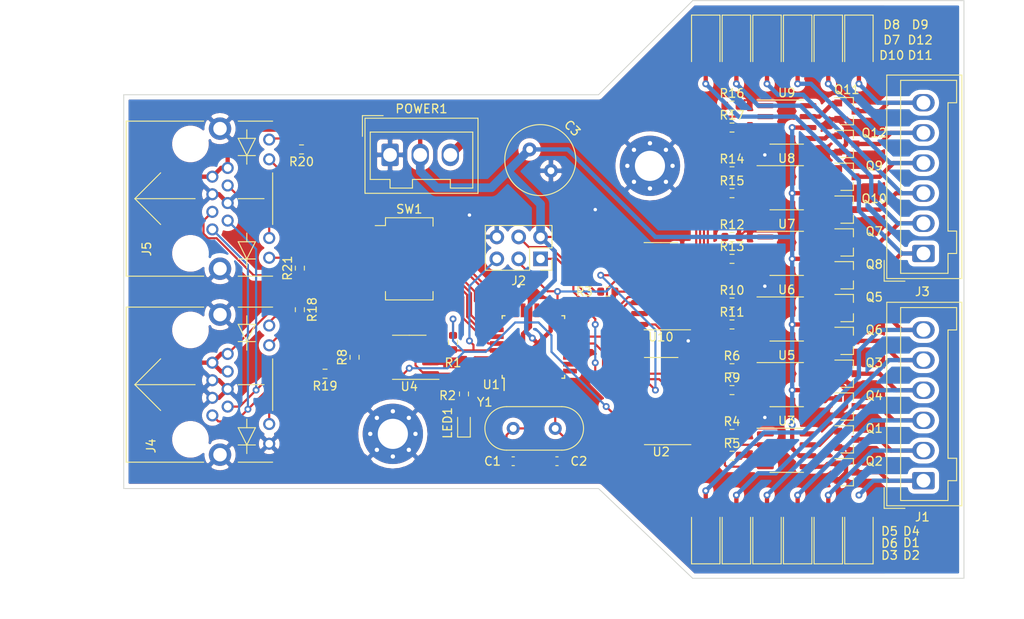
<source format=kicad_pcb>
(kicad_pcb (version 20171130) (host pcbnew "(5.1.9)-1")
  (layers (0 F.Cu signal) (31 B.Cu signal) (34 B.Paste user) (35 F.Paste user) (36 B.SilkS user) (37 F.SilkS user) (38 B.Mask user) (39 F.Mask user) (44 Edge.Cuts user))
  (net 0 "")
  (net 1 GND)
  (net 2 "Net-(C1-Pad1)")
  (net 3 "Net-(C2-Pad2)")
  (net 4 5V)
  (net 5 ~RST)
  (net 6 MOSI)
  (net 7 SCK)
  (net 8 MISO)
  (net 9 ~OE)
  (net 10 /networking/Rx)
  (net 11 LATCH)
  (net 12 LED)
  (net 13 "Net-(LED1-Pad2)")
  (net 14 A)
  (net 15 B)
  (net 16 C)
  (net 17 D)
  (net 18 E)
  (net 19 F)
  (net 20 "/switch 1/Out_1")
  (net 21 "/switch 1/Out_2")
  (net 22 "/switch 2/Out_1")
  (net 23 "/switch 2/Out_2")
  (net 24 "/switch 3/Out_1")
  (net 25 "/switch 3/Out_2")
  (net 26 "/switch 4/Out_1")
  (net 27 "/switch 4/Out_2")
  (net 28 "/switch 5/Out_1")
  (net 29 "/switch 5/Out_2")
  (net 30 "/switch 6/Out_1")
  (net 31 "/switch 6/Out_2")
  (net 32 "Net-(Q1-Pad1)")
  (net 33 "Net-(Q2-Pad1)")
  (net 34 "Net-(Q3-Pad1)")
  (net 35 "Net-(Q4-Pad1)")
  (net 36 "Net-(Q5-Pad1)")
  (net 37 "Net-(Q6-Pad1)")
  (net 38 "Net-(Q7-Pad1)")
  (net 39 "Net-(Q8-Pad1)")
  (net 40 "Net-(Q9-Pad1)")
  (net 41 "Net-(Q10-Pad1)")
  (net 42 "Net-(Q11-Pad1)")
  (net 43 "Net-(Q12-Pad1)")
  (net 44 "/switch 1/In_1")
  (net 45 "/switch 2/In_1")
  (net 46 "/switch 3/In_1")
  (net 47 "/switch 4/In_1")
  (net 48 "/switch 5/In_1")
  (net 49 "/switch 6/In_1")
  (net 50 "Net-(U10-Pad14)")
  (net 51 "/switch 4/In_2")
  (net 52 "/switch 3/In_2")
  (net 53 "/switch 2/In_2")
  (net 54 "/switch 1/In_2")
  (net 55 "/switch 5/In_2")
  (net 56 "/switch 6/In_2")
  (net 57 24V)
  (net 58 "Net-(J4-Pad12)")
  (net 59 "Net-(J4-Pad10)")
  (net 60 "Net-(J5-Pad12)")
  (net 61 "Net-(J5-Pad10)")
  (net 62 "Net-(J5-Pad3)")
  (net 63 "Net-(J4-Pad2)")
  (net 64 "Net-(J4-Pad1)")
  (net 65 "Net-(J5-Pad9)")
  (module Package_SO:SOIC-16_3.9x9.9mm_P1.27mm (layer F.Cu) (at 155.575 90.17 180)
    (fp_text reference U10 (at 0 -5.9) (layer F.SilkS))
    (fp_text value 74HC595)
    (pad 16 smd roundrect (at 2.475 -4.445 180) (size 1.95 0.6) (layers F.Cu F.Paste F.Mask) (net 4 5V))
    (pad 15 smd roundrect (at 2.475 -3.175 180) (size 1.95 0.6) (layers F.Cu F.Paste F.Mask) (net 47 "/switch 4/In_1"))
    (pad 14 smd roundrect (at 2.475 -1.905 180) (size 1.95 0.6) (layers F.Cu F.Paste F.Mask) (net 50 "Net-(U10-Pad14)"))
    (pad 13 smd roundrect (at 2.475 -0.635 180) (size 1.95 0.6) (layers F.Cu F.Paste F.Mask) (net 9 ~OE))
    (pad 12 smd roundrect (at 2.475 0.635 180) (size 1.95 0.6) (layers F.Cu F.Paste F.Mask) (net 11 LATCH))
    (pad 11 smd roundrect (at 2.475 1.905 180) (size 1.95 0.6) (layers F.Cu F.Paste F.Mask) (net 7 SCK))
    (pad 10 smd roundrect (at 2.475 3.175 180) (size 1.95 0.6) (layers F.Cu F.Paste F.Mask) (net 4 5V))
    (pad 9 smd roundrect (at 2.475 4.445 180) (size 1.95 0.6) (layers F.Cu F.Paste F.Mask))
    (pad 8 smd roundrect (at -2.475 4.445 180) (size 1.95 0.6) (layers F.Cu F.Paste F.Mask) (net 1 GND))
    (pad 7 smd roundrect (at -2.475 3.175 180) (size 1.95 0.6) (layers F.Cu F.Paste F.Mask))
    (pad 6 smd roundrect (at -2.475 1.905 180) (size 1.95 0.6) (layers F.Cu F.Paste F.Mask))
    (pad 5 smd roundrect (at -2.475 0.635 180) (size 1.95 0.6) (layers F.Cu F.Paste F.Mask) (net 56 "/switch 6/In_2"))
    (pad 4 smd roundrect (at -2.475 -0.635 180) (size 1.95 0.6) (layers F.Cu F.Paste F.Mask) (net 49 "/switch 6/In_1"))
    (pad 3 smd roundrect (at -2.475 -1.905 180) (size 1.95 0.6) (layers F.Cu F.Paste F.Mask) (net 55 "/switch 5/In_2"))
    (pad 2 smd roundrect (at -2.475 -3.175 180) (size 1.95 0.6) (layers F.Cu F.Paste F.Mask) (net 48 "/switch 5/In_1"))
    (pad 1 smd roundrect (at -2.475 -4.445 180) (size 1.95 0.6) (layers F.Cu F.Paste F.Mask) (net 51 "/switch 4/In_2"))
  )
  (module Package_SO:SOIC-8_3.9x4.9mm_P1.27mm (layer F.Cu) (at 126.365 98.425 180)
    (fp_text reference U4 (at 0 -3.4) (layer F.SilkS))
    (fp_text value MAX481E)
    (pad 8 smd roundrect (at 2.475 -1.905 180) (size 1.95 0.6) (layers F.Cu F.Paste F.Mask) (net 4 5V))
    (pad 7 smd roundrect (at 2.475 -0.635 180) (size 1.95 0.6) (layers F.Cu F.Paste F.Mask) (net 64 "Net-(J4-Pad1)"))
    (pad 6 smd roundrect (at 2.475 0.635 180) (size 1.95 0.6) (layers F.Cu F.Paste F.Mask) (net 63 "Net-(J4-Pad2)"))
    (pad 5 smd roundrect (at 2.475 1.905 180) (size 1.95 0.6) (layers F.Cu F.Paste F.Mask) (net 1 GND))
    (pad 4 smd roundrect (at -2.475 1.905 180) (size 1.95 0.6) (layers F.Cu F.Paste F.Mask) (net 1 GND))
    (pad 3 smd roundrect (at -2.475 0.635 180) (size 1.95 0.6) (layers F.Cu F.Paste F.Mask) (net 1 GND))
    (pad 2 smd roundrect (at -2.475 -0.635 180) (size 1.95 0.6) (layers F.Cu F.Paste F.Mask) (net 1 GND))
    (pad 1 smd roundrect (at -2.475 -1.905 180) (size 1.95 0.6) (layers F.Cu F.Paste F.Mask) (net 10 /networking/Rx))
  )
  (module Package_SO:SOIC-16_3.9x9.9mm_P1.27mm (layer F.Cu) (at 155.61 103.505 180)
    (fp_text reference U2 (at 0 -5.9) (layer F.SilkS))
    (fp_text value 74HC595)
    (pad 16 smd roundrect (at 2.475 -4.445 180) (size 1.95 0.6) (layers F.Cu F.Paste F.Mask) (net 4 5V))
    (pad 15 smd roundrect (at 2.475 -3.175 180) (size 1.95 0.6) (layers F.Cu F.Paste F.Mask) (net 44 "/switch 1/In_1"))
    (pad 14 smd roundrect (at 2.475 -1.905 180) (size 1.95 0.6) (layers F.Cu F.Paste F.Mask) (net 6 MOSI))
    (pad 13 smd roundrect (at 2.475 -0.635 180) (size 1.95 0.6) (layers F.Cu F.Paste F.Mask) (net 9 ~OE))
    (pad 12 smd roundrect (at 2.475 0.635 180) (size 1.95 0.6) (layers F.Cu F.Paste F.Mask) (net 11 LATCH))
    (pad 11 smd roundrect (at 2.475 1.905 180) (size 1.95 0.6) (layers F.Cu F.Paste F.Mask) (net 7 SCK))
    (pad 10 smd roundrect (at 2.475 3.175 180) (size 1.95 0.6) (layers F.Cu F.Paste F.Mask) (net 4 5V))
    (pad 9 smd roundrect (at 2.475 4.445 180) (size 1.95 0.6) (layers F.Cu F.Paste F.Mask) (net 50 "Net-(U10-Pad14)"))
    (pad 8 smd roundrect (at -2.475 4.445 180) (size 1.95 0.6) (layers F.Cu F.Paste F.Mask) (net 1 GND))
    (pad 7 smd roundrect (at -2.475 3.175 180) (size 1.95 0.6) (layers F.Cu F.Paste F.Mask))
    (pad 6 smd roundrect (at -2.475 1.905 180) (size 1.95 0.6) (layers F.Cu F.Paste F.Mask))
    (pad 5 smd roundrect (at -2.475 0.635 180) (size 1.95 0.6) (layers F.Cu F.Paste F.Mask) (net 52 "/switch 3/In_2"))
    (pad 4 smd roundrect (at -2.475 -0.635 180) (size 1.95 0.6) (layers F.Cu F.Paste F.Mask) (net 46 "/switch 3/In_1"))
    (pad 3 smd roundrect (at -2.475 -1.905 180) (size 1.95 0.6) (layers F.Cu F.Paste F.Mask) (net 53 "/switch 2/In_2"))
    (pad 2 smd roundrect (at -2.475 -3.175 180) (size 1.95 0.6) (layers F.Cu F.Paste F.Mask) (net 45 "/switch 2/In_1"))
    (pad 1 smd roundrect (at -2.475 -4.445 180) (size 1.95 0.6) (layers F.Cu F.Paste F.Mask) (net 54 "/switch 1/In_2"))
  )
  (module Resistor_SMD:R_0603_1608Metric (layer F.Cu) (at 113.665 88.075 90)
    (fp_text reference R21 (at 0 -1.43 90) (layer F.SilkS))
    (fp_text value 1k)
    (pad 2 smd roundrect (at 0.825 0 90) (size 0.8 0.95) (layers F.Cu F.Paste F.Mask) (net 65 "Net-(J5-Pad9)"))
    (pad 1 smd roundrect (at -0.825 0 90) (size 0.8 0.95) (layers F.Cu F.Paste F.Mask) (net 62 "Net-(J5-Pad3)"))
  )
  (module Resistor_SMD:R_0603_1608Metric (layer F.Cu) (at 113.855 74.295 180)
    (fp_text reference R20 (at 0 -1.43) (layer F.SilkS))
    (fp_text value 1k)
    (pad 2 smd roundrect (at 0.825 0 180) (size 0.8 0.95) (layers F.Cu F.Paste F.Mask) (net 60 "Net-(J5-Pad12)"))
    (pad 1 smd roundrect (at -0.825 0 180) (size 0.8 0.95) (layers F.Cu F.Paste F.Mask) (net 4 5V))
  )
  (module Resistor_SMD:R_0603_1608Metric (layer F.Cu) (at 116.586 100.33 180)
    (fp_text reference R19 (at 0 -1.43) (layer F.SilkS))
    (fp_text value 1k)
    (pad 2 smd roundrect (at 0.825 0 180) (size 0.8 0.95) (layers F.Cu F.Paste F.Mask) (net 59 "Net-(J4-Pad10)"))
    (pad 1 smd roundrect (at -0.825 0 180) (size 0.8 0.95) (layers F.Cu F.Paste F.Mask) (net 4 5V))
  )
  (module Resistor_SMD:R_0603_1608Metric (layer F.Cu) (at 113.665 92.9 270)
    (fp_text reference R18 (at 0 -1.43 90) (layer F.SilkS))
    (fp_text value 1k)
    (pad 2 smd roundrect (at 0.825 0 270) (size 0.8 0.95) (layers F.Cu F.Paste F.Mask) (net 58 "Net-(J4-Pad12)"))
    (pad 1 smd roundrect (at -0.825 0 270) (size 0.8 0.95) (layers F.Cu F.Paste F.Mask) (net 4 5V))
  )
  (module customs:RND_RJ45_LED (layer F.Cu) (at 103.505 80.01 270)
    (fp_text reference J5 (at 5.842 7.62 90) (layer F.SilkS))
    (fp_text value RJ45_LED_Shielded)
    (pad 12 thru_hole circle (at -6.86 -6.6 270) (size 1.4 1.4) (drill 0.89) (layers *.Cu *.Mask) (net 60 "Net-(J5-Pad12)"))
    (pad 11 thru_hole circle (at -4.57 -6.6 270) (size 1.4 1.4) (drill 0.89) (layers *.Cu *.Mask) (net 10 /networking/Rx))
    (pad 10 thru_hole circle (at 4.57 -6.6 270) (size 1.4 1.4) (drill 0.89) (layers *.Cu *.Mask) (net 61 "Net-(J5-Pad10)"))
    (pad 9 thru_hole circle (at 6.86 -6.6 270) (size 1.4 1.4) (drill 0.89) (layers *.Cu *.Mask) (net 65 "Net-(J5-Pad9)"))
    (pad 8 thru_hole circle (at -3.57 -1.78 270) (size 1.4 1.4) (drill 0.89) (layers *.Cu *.Mask) (net 4 5V))
    (pad 7 thru_hole circle (at -2.55 0 270) (size 1.4 1.4) (drill 0.89) (layers *.Cu *.Mask) (net 4 5V))
    (pad 6 thru_hole circle (at -1.53 -1.78 270) (size 1.4 1.4) (drill 0.89) (layers *.Cu *.Mask) (net 61 "Net-(J5-Pad10)"))
    (pad 5 thru_hole circle (at -0.51 0 270) (size 1.4 1.4) (drill 0.89) (layers *.Cu *.Mask) (net 1 GND))
    (pad 4 thru_hole circle (at 0.51 -1.78 270) (size 1.4 1.4) (drill 0.89) (layers *.Cu *.Mask) (net 1 GND))
    (pad 3 thru_hole circle (at 1.53 0 270) (size 1.4 1.4) (drill 0.89) (layers *.Cu *.Mask) (net 62 "Net-(J5-Pad3)"))
    (pad 2 thru_hole circle (at 2.55 -1.78 270) (size 1.4 1.4) (drill 0.89) (layers *.Cu *.Mask) (net 63 "Net-(J4-Pad2)"))
    (pad 1 thru_hole circle (at 3.57 0 270) (size 1.4 1.4) (drill 0.89) (layers *.Cu *.Mask) (net 64 "Net-(J4-Pad1)"))
    (pad SH thru_hole circle (at 8.13 -0.89 270) (size 2.6 2.6) (drill 1.57) (layers *.Cu *.Mask) (net 1 GND))
    (pad SH thru_hole circle (at -8.13 -0.89 270) (size 2.6 2.6) (drill 1.57) (layers *.Cu *.Mask) (net 1 GND))
    (pad "" np_thru_hole circle (at 6.35 2.54 270) (size 3.25 3.25) (drill 3.25) (layers *.Cu *.Mask))
    (pad "" np_thru_hole circle (at -6.35 2.54 270) (size 3.25 3.25) (drill 3.25) (layers *.Cu *.Mask))
  )
  (module customs:RND_RJ45_LED (layer F.Cu) (at 103.505 101.6 270)
    (fp_text reference J4 (at 7.112 7.112 90) (layer F.SilkS))
    (fp_text value RJ45_LED_Shielded)
    (pad 12 thru_hole circle (at -6.86 -6.6 270) (size 1.4 1.4) (drill 0.89) (layers *.Cu *.Mask) (net 58 "Net-(J4-Pad12)"))
    (pad 11 thru_hole circle (at -4.57 -6.6 270) (size 1.4 1.4) (drill 0.89) (layers *.Cu *.Mask) (net 10 /networking/Rx))
    (pad 10 thru_hole circle (at 4.57 -6.6 270) (size 1.4 1.4) (drill 0.89) (layers *.Cu *.Mask) (net 59 "Net-(J4-Pad10)"))
    (pad 9 thru_hole circle (at 6.86 -6.6 270) (size 1.4 1.4) (drill 0.89) (layers *.Cu *.Mask) (net 1 GND))
    (pad 8 thru_hole circle (at -3.57 -1.78 270) (size 1.4 1.4) (drill 0.89) (layers *.Cu *.Mask) (net 4 5V))
    (pad 7 thru_hole circle (at -2.55 0 270) (size 1.4 1.4) (drill 0.89) (layers *.Cu *.Mask) (net 4 5V))
    (pad 6 thru_hole circle (at -1.53 -1.78 270) (size 1.4 1.4) (drill 0.89) (layers *.Cu *.Mask) (net 4 5V))
    (pad 5 thru_hole circle (at -0.51 0 270) (size 1.4 1.4) (drill 0.89) (layers *.Cu *.Mask) (net 1 GND))
    (pad 4 thru_hole circle (at 0.51 -1.78 270) (size 1.4 1.4) (drill 0.89) (layers *.Cu *.Mask) (net 1 GND))
    (pad 3 thru_hole circle (at 1.53 0 270) (size 1.4 1.4) (drill 0.89) (layers *.Cu *.Mask) (net 1 GND))
    (pad 2 thru_hole circle (at 2.55 -1.78 270) (size 1.4 1.4) (drill 0.89) (layers *.Cu *.Mask) (net 63 "Net-(J4-Pad2)"))
    (pad 1 thru_hole circle (at 3.57 0 270) (size 1.4 1.4) (drill 0.89) (layers *.Cu *.Mask) (net 64 "Net-(J4-Pad1)"))
    (pad SH thru_hole circle (at 8.13 -0.89 270) (size 2.6 2.6) (drill 1.57) (layers *.Cu *.Mask) (net 1 GND))
    (pad SH thru_hole circle (at -8.13 -0.89 270) (size 2.6 2.6) (drill 1.57) (layers *.Cu *.Mask) (net 1 GND))
    (pad "" np_thru_hole circle (at 6.35 2.54 270) (size 3.25 3.25) (drill 3.25) (layers *.Cu *.Mask))
    (pad "" np_thru_hole circle (at -6.35 2.54 270) (size 3.25 3.25) (drill 3.25) (layers *.Cu *.Mask))
  )
  (module Connector_Wago:Wago_734-136_1x06_P3.50mm_Vertical (layer F.Cu) (at 186.055 86.375 90)
    (fp_text reference J3 (at -4.43 -0.127 180) (layer F.SilkS))
    (fp_text value Screw_Terminal_01x06)
    (pad 6 thru_hole oval (at 17.5 0 90) (size 2 2.6) (drill 1.6) (layers *.Cu *.Mask) (net 31 "/switch 6/Out_2"))
    (pad 5 thru_hole oval (at 14 0 90) (size 2 2.6) (drill 1.6) (layers *.Cu *.Mask) (net 30 "/switch 6/Out_1"))
    (pad 4 thru_hole oval (at 10.5 0 90) (size 2 2.6) (drill 1.6) (layers *.Cu *.Mask) (net 29 "/switch 5/Out_2"))
    (pad 3 thru_hole oval (at 7 0 90) (size 2 2.6) (drill 1.6) (layers *.Cu *.Mask) (net 28 "/switch 5/Out_1"))
    (pad 2 thru_hole oval (at 3.5 0 90) (size 2 2.6) (drill 1.6) (layers *.Cu *.Mask) (net 27 "/switch 4/Out_2"))
    (pad 1 thru_hole roundrect (at 0 0 90) (size 2 2.6) (drill 1.6) (layers *.Cu *.Mask) (roundrect_rratio 0.125) (net 26 "/switch 4/Out_1"))
  )
  (module Diode_SMD:D_SMA (layer F.Cu) (at 175.006 62.103 270)
    (fp_text reference D12 (at -0.508 -10.668 180) (layer F.SilkS))
    (fp_text value B120-E3)
    (pad 2 smd rect (at 2 0 270) (size 2.5 1.8) (layers F.Cu F.Paste F.Mask) (net 30 "/switch 6/Out_1"))
    (pad 1 smd rect (at -2 0 270) (size 2.5 1.8) (layers F.Cu F.Paste F.Mask) (net 57 24V))
  )
  (module Diode_SMD:D_SMA (layer F.Cu) (at 178.562 62.103 270)
    (fp_text reference D11 (at 1.27 -7.112) (layer F.SilkS))
    (fp_text value B120-E3)
    (pad 2 smd rect (at 2 0 270) (size 2.5 1.8) (layers F.Cu F.Paste F.Mask) (net 31 "/switch 6/Out_2"))
    (pad 1 smd rect (at -2 0 270) (size 2.5 1.8) (layers F.Cu F.Paste F.Mask) (net 57 24V))
  )
  (module Diode_SMD:D_SMA (layer F.Cu) (at 167.894 62.103 270)
    (fp_text reference D10 (at 1.27 -14.478) (layer F.SilkS))
    (fp_text value B120-E3)
    (pad 2 smd rect (at 2 0 270) (size 2.5 1.8) (layers F.Cu F.Paste F.Mask) (net 28 "/switch 5/Out_1"))
    (pad 1 smd rect (at -2 0 270) (size 2.5 1.8) (layers F.Cu F.Paste F.Mask) (net 57 24V))
  )
  (module Diode_SMD:D_SMA (layer F.Cu) (at 171.45 62.103 270)
    (fp_text reference D9 (at -2.286 -14.224 180) (layer F.SilkS))
    (fp_text value B120-E3)
    (pad 2 smd rect (at 2 0 270) (size 2.5 1.8) (layers F.Cu F.Paste F.Mask) (net 29 "/switch 5/Out_2"))
    (pad 1 smd rect (at -2 0 270) (size 2.5 1.8) (layers F.Cu F.Paste F.Mask) (net 57 24V))
  )
  (module Diode_SMD:D_SMA (layer F.Cu) (at 160.782 62.103 270)
    (fp_text reference D8 (at -2.286 -21.59 180) (layer F.SilkS))
    (fp_text value B120-E3)
    (pad 2 smd rect (at 2 0 270) (size 2.5 1.8) (layers F.Cu F.Paste F.Mask) (net 26 "/switch 4/Out_1"))
    (pad 1 smd rect (at -2 0 270) (size 2.5 1.8) (layers F.Cu F.Paste F.Mask) (net 57 24V))
  )
  (module Diode_SMD:D_SMA (layer F.Cu) (at 164.338 62.103 270)
    (fp_text reference D7 (at -0.508 -18.034 180) (layer F.SilkS))
    (fp_text value B120-E3)
    (pad 2 smd rect (at 2 0 270) (size 2.5 1.8) (layers F.Cu F.Paste F.Mask) (net 27 "/switch 4/Out_2"))
    (pad 1 smd rect (at -2 0 270) (size 2.5 1.8) (layers F.Cu F.Paste F.Mask) (net 57 24V))
  )
  (module Diode_SMD:D_SMA (layer F.Cu) (at 164.338 118.999 90)
    (fp_text reference D6 (at -1.016 17.78 180) (layer F.SilkS))
    (fp_text value B120-E3)
    (pad 2 smd rect (at 2 0 90) (size 2.5 1.8) (layers F.Cu F.Paste F.Mask) (net 24 "/switch 3/Out_1"))
    (pad 1 smd rect (at -2 0 90) (size 2.5 1.8) (layers F.Cu F.Paste F.Mask) (net 57 24V))
  )
  (module Diode_SMD:D_SMA (layer F.Cu) (at 160.782 118.999 90)
    (fp_text reference D5 (at 0.381 21.336 180) (layer F.SilkS))
    (fp_text value B120-E3)
    (pad 2 smd rect (at 2 0 90) (size 2.5 1.8) (layers F.Cu F.Paste F.Mask) (net 25 "/switch 3/Out_2"))
    (pad 1 smd rect (at -2 0 90) (size 2.5 1.8) (layers F.Cu F.Paste F.Mask) (net 57 24V))
  )
  (module Diode_SMD:D_SMA (layer F.Cu) (at 171.45 118.999 90)
    (fp_text reference D4 (at 0.381 13.208 180) (layer F.SilkS))
    (fp_text value B120-E3)
    (pad 2 smd rect (at 2 0 90) (size 2.5 1.8) (layers F.Cu F.Paste F.Mask) (net 22 "/switch 2/Out_1"))
    (pad 1 smd rect (at -2 0 90) (size 2.5 1.8) (layers F.Cu F.Paste F.Mask) (net 57 24V))
  )
  (module Diode_SMD:D_SMA (layer F.Cu) (at 167.894 118.999 90)
    (fp_text reference D3 (at -2.413 14.224 180) (layer F.SilkS))
    (fp_text value B120-E3)
    (pad 2 smd rect (at 2 0 90) (size 2.5 1.8) (layers F.Cu F.Paste F.Mask) (net 23 "/switch 2/Out_2"))
    (pad 1 smd rect (at -2 0 90) (size 2.5 1.8) (layers F.Cu F.Paste F.Mask) (net 57 24V))
  )
  (module Diode_SMD:D_SMA (layer F.Cu) (at 178.562 118.999 90)
    (fp_text reference D2 (at -2.413 6.096 180) (layer F.SilkS))
    (fp_text value B120-E3)
    (pad 2 smd rect (at 2 0 90) (size 2.5 1.8) (layers F.Cu F.Paste F.Mask) (net 20 "/switch 1/Out_1"))
    (pad 1 smd rect (at -2 0 90) (size 2.5 1.8) (layers F.Cu F.Paste F.Mask) (net 57 24V))
  )
  (module Diode_SMD:D_SMA (layer F.Cu) (at 175.006 118.999 90)
    (fp_text reference D1 (at -0.9525 9.652 180) (layer F.SilkS))
    (fp_text value B120-E3)
    (pad 2 smd rect (at 2 0 90) (size 2.5 1.8) (layers F.Cu F.Paste F.Mask) (net 21 "/switch 1/Out_2"))
    (pad 1 smd rect (at -2 0 90) (size 2.5 1.8) (layers F.Cu F.Paste F.Mask) (net 57 24V))
  )
  (module Package_SO:SOIC-8_3.9x4.9mm_P1.27mm (layer F.Cu) (at 170.18 71.12)
    (fp_text reference U9 (at 0 -3.4) (layer F.SilkS))
    (fp_text value MIC4427)
    (pad 8 smd roundrect (at 2.475 -1.905) (size 1.95 0.6) (layers F.Cu F.Paste F.Mask))
    (pad 7 smd roundrect (at 2.475 -0.635) (size 1.95 0.6) (layers F.Cu F.Paste F.Mask) (net 42 "Net-(Q11-Pad1)"))
    (pad 6 smd roundrect (at 2.475 0.635) (size 1.95 0.6) (layers F.Cu F.Paste F.Mask) (net 4 5V))
    (pad 5 smd roundrect (at 2.475 1.905) (size 1.95 0.6) (layers F.Cu F.Paste F.Mask) (net 43 "Net-(Q12-Pad1)"))
    (pad 4 smd roundrect (at -2.475 1.905) (size 1.95 0.6) (layers F.Cu F.Paste F.Mask) (net 49 "/switch 6/In_1"))
    (pad 3 smd roundrect (at -2.475 0.635) (size 1.95 0.6) (layers F.Cu F.Paste F.Mask) (net 1 GND))
    (pad 2 smd roundrect (at -2.475 -0.635) (size 1.95 0.6) (layers F.Cu F.Paste F.Mask) (net 56 "/switch 6/In_2"))
    (pad 1 smd roundrect (at -2.475 -1.905) (size 1.95 0.6) (layers F.Cu F.Paste F.Mask))
  )
  (module Package_SO:SOIC-8_3.9x4.9mm_P1.27mm (layer F.Cu) (at 170.18 78.74)
    (fp_text reference U8 (at 0 -3.4) (layer F.SilkS))
    (fp_text value MIC4427)
    (pad 8 smd roundrect (at 2.475 -1.905) (size 1.95 0.6) (layers F.Cu F.Paste F.Mask))
    (pad 7 smd roundrect (at 2.475 -0.635) (size 1.95 0.6) (layers F.Cu F.Paste F.Mask) (net 40 "Net-(Q9-Pad1)"))
    (pad 6 smd roundrect (at 2.475 0.635) (size 1.95 0.6) (layers F.Cu F.Paste F.Mask) (net 4 5V))
    (pad 5 smd roundrect (at 2.475 1.905) (size 1.95 0.6) (layers F.Cu F.Paste F.Mask) (net 41 "Net-(Q10-Pad1)"))
    (pad 4 smd roundrect (at -2.475 1.905) (size 1.95 0.6) (layers F.Cu F.Paste F.Mask) (net 48 "/switch 5/In_1"))
    (pad 3 smd roundrect (at -2.475 0.635) (size 1.95 0.6) (layers F.Cu F.Paste F.Mask) (net 1 GND))
    (pad 2 smd roundrect (at -2.475 -0.635) (size 1.95 0.6) (layers F.Cu F.Paste F.Mask) (net 55 "/switch 5/In_2"))
    (pad 1 smd roundrect (at -2.475 -1.905) (size 1.95 0.6) (layers F.Cu F.Paste F.Mask))
  )
  (module Package_SO:SOIC-8_3.9x4.9mm_P1.27mm (layer F.Cu) (at 170.18 86.36)
    (fp_text reference U7 (at 0 -3.4) (layer F.SilkS))
    (fp_text value MIC4427)
    (pad 8 smd roundrect (at 2.475 -1.905) (size 1.95 0.6) (layers F.Cu F.Paste F.Mask))
    (pad 7 smd roundrect (at 2.475 -0.635) (size 1.95 0.6) (layers F.Cu F.Paste F.Mask) (net 38 "Net-(Q7-Pad1)"))
    (pad 6 smd roundrect (at 2.475 0.635) (size 1.95 0.6) (layers F.Cu F.Paste F.Mask) (net 4 5V))
    (pad 5 smd roundrect (at 2.475 1.905) (size 1.95 0.6) (layers F.Cu F.Paste F.Mask) (net 39 "Net-(Q8-Pad1)"))
    (pad 4 smd roundrect (at -2.475 1.905) (size 1.95 0.6) (layers F.Cu F.Paste F.Mask) (net 47 "/switch 4/In_1"))
    (pad 3 smd roundrect (at -2.475 0.635) (size 1.95 0.6) (layers F.Cu F.Paste F.Mask) (net 1 GND))
    (pad 2 smd roundrect (at -2.475 -0.635) (size 1.95 0.6) (layers F.Cu F.Paste F.Mask) (net 51 "/switch 4/In_2"))
    (pad 1 smd roundrect (at -2.475 -1.905) (size 1.95 0.6) (layers F.Cu F.Paste F.Mask))
  )
  (module Package_SO:SOIC-8_3.9x4.9mm_P1.27mm (layer F.Cu) (at 170.18 93.98)
    (fp_text reference U6 (at 0 -3.4) (layer F.SilkS))
    (fp_text value MIC4427)
    (pad 8 smd roundrect (at 2.475 -1.905) (size 1.95 0.6) (layers F.Cu F.Paste F.Mask))
    (pad 7 smd roundrect (at 2.475 -0.635) (size 1.95 0.6) (layers F.Cu F.Paste F.Mask) (net 36 "Net-(Q5-Pad1)"))
    (pad 6 smd roundrect (at 2.475 0.635) (size 1.95 0.6) (layers F.Cu F.Paste F.Mask) (net 4 5V))
    (pad 5 smd roundrect (at 2.475 1.905) (size 1.95 0.6) (layers F.Cu F.Paste F.Mask) (net 37 "Net-(Q6-Pad1)"))
    (pad 4 smd roundrect (at -2.475 1.905) (size 1.95 0.6) (layers F.Cu F.Paste F.Mask) (net 46 "/switch 3/In_1"))
    (pad 3 smd roundrect (at -2.475 0.635) (size 1.95 0.6) (layers F.Cu F.Paste F.Mask) (net 1 GND))
    (pad 2 smd roundrect (at -2.475 -0.635) (size 1.95 0.6) (layers F.Cu F.Paste F.Mask) (net 52 "/switch 3/In_2"))
    (pad 1 smd roundrect (at -2.475 -1.905) (size 1.95 0.6) (layers F.Cu F.Paste F.Mask))
  )
  (module Package_SO:SOIC-8_3.9x4.9mm_P1.27mm (layer F.Cu) (at 170.18 101.6)
    (fp_text reference U5 (at 0 -3.4) (layer F.SilkS))
    (fp_text value MIC4427)
    (pad 8 smd roundrect (at 2.475 -1.905) (size 1.95 0.6) (layers F.Cu F.Paste F.Mask))
    (pad 7 smd roundrect (at 2.475 -0.635) (size 1.95 0.6) (layers F.Cu F.Paste F.Mask) (net 34 "Net-(Q3-Pad1)"))
    (pad 6 smd roundrect (at 2.475 0.635) (size 1.95 0.6) (layers F.Cu F.Paste F.Mask) (net 4 5V))
    (pad 5 smd roundrect (at 2.475 1.905) (size 1.95 0.6) (layers F.Cu F.Paste F.Mask) (net 35 "Net-(Q4-Pad1)"))
    (pad 4 smd roundrect (at -2.475 1.905) (size 1.95 0.6) (layers F.Cu F.Paste F.Mask) (net 45 "/switch 2/In_1"))
    (pad 3 smd roundrect (at -2.475 0.635) (size 1.95 0.6) (layers F.Cu F.Paste F.Mask) (net 1 GND))
    (pad 2 smd roundrect (at -2.475 -0.635) (size 1.95 0.6) (layers F.Cu F.Paste F.Mask) (net 53 "/switch 2/In_2"))
    (pad 1 smd roundrect (at -2.475 -1.905) (size 1.95 0.6) (layers F.Cu F.Paste F.Mask))
  )
  (module Package_SO:SOIC-8_3.9x4.9mm_P1.27mm (layer F.Cu) (at 170.18 109.22)
    (fp_text reference U3 (at 0 -3.4) (layer F.SilkS))
    (fp_text value MIC4427)
    (pad 8 smd roundrect (at 2.475 -1.905) (size 1.95 0.6) (layers F.Cu F.Paste F.Mask))
    (pad 7 smd roundrect (at 2.475 -0.635) (size 1.95 0.6) (layers F.Cu F.Paste F.Mask) (net 32 "Net-(Q1-Pad1)"))
    (pad 6 smd roundrect (at 2.475 0.635) (size 1.95 0.6) (layers F.Cu F.Paste F.Mask) (net 4 5V))
    (pad 5 smd roundrect (at 2.475 1.905) (size 1.95 0.6) (layers F.Cu F.Paste F.Mask) (net 33 "Net-(Q2-Pad1)"))
    (pad 4 smd roundrect (at -2.475 1.905) (size 1.95 0.6) (layers F.Cu F.Paste F.Mask) (net 44 "/switch 1/In_1"))
    (pad 3 smd roundrect (at -2.475 0.635) (size 1.95 0.6) (layers F.Cu F.Paste F.Mask) (net 1 GND))
    (pad 2 smd roundrect (at -2.475 -0.635) (size 1.95 0.6) (layers F.Cu F.Paste F.Mask) (net 54 "/switch 1/In_2"))
    (pad 1 smd roundrect (at -2.475 -1.905) (size 1.95 0.6) (layers F.Cu F.Paste F.Mask))
  )
  (module Resistor_SMD:R_0603_1608Metric (layer F.Cu) (at 163.83 71.755)
    (fp_text reference R17 (at 0 -1.43) (layer F.SilkS))
    (fp_text value 10k)
    (pad 2 smd roundrect (at 0.825 0) (size 0.8 0.95) (layers F.Cu F.Paste F.Mask) (net 1 GND))
    (pad 1 smd roundrect (at -0.825 0) (size 0.8 0.95) (layers F.Cu F.Paste F.Mask) (net 49 "/switch 6/In_1"))
  )
  (module Resistor_SMD:R_0603_1608Metric (layer F.Cu) (at 163.83 69.215)
    (fp_text reference R16 (at 0 -1.43) (layer F.SilkS))
    (fp_text value 10k)
    (pad 2 smd roundrect (at 0.825 0) (size 0.8 0.95) (layers F.Cu F.Paste F.Mask) (net 1 GND))
    (pad 1 smd roundrect (at -0.825 0) (size 0.8 0.95) (layers F.Cu F.Paste F.Mask) (net 56 "/switch 6/In_2"))
  )
  (module Resistor_SMD:R_0603_1608Metric (layer F.Cu) (at 163.83 79.375)
    (fp_text reference R15 (at 0 -1.43) (layer F.SilkS))
    (fp_text value 10k)
    (pad 2 smd roundrect (at 0.825 0) (size 0.8 0.95) (layers F.Cu F.Paste F.Mask) (net 1 GND))
    (pad 1 smd roundrect (at -0.825 0) (size 0.8 0.95) (layers F.Cu F.Paste F.Mask) (net 48 "/switch 5/In_1"))
  )
  (module Resistor_SMD:R_0603_1608Metric (layer F.Cu) (at 163.83 76.835)
    (fp_text reference R14 (at 0 -1.43) (layer F.SilkS))
    (fp_text value 10k)
    (pad 2 smd roundrect (at 0.825 0) (size 0.8 0.95) (layers F.Cu F.Paste F.Mask) (net 1 GND))
    (pad 1 smd roundrect (at -0.825 0) (size 0.8 0.95) (layers F.Cu F.Paste F.Mask) (net 55 "/switch 5/In_2"))
  )
  (module Resistor_SMD:R_0603_1608Metric (layer F.Cu) (at 163.83 86.995)
    (fp_text reference R13 (at 0 -1.43) (layer F.SilkS))
    (fp_text value 10k)
    (pad 2 smd roundrect (at 0.825 0) (size 0.8 0.95) (layers F.Cu F.Paste F.Mask) (net 1 GND))
    (pad 1 smd roundrect (at -0.825 0) (size 0.8 0.95) (layers F.Cu F.Paste F.Mask) (net 47 "/switch 4/In_1"))
  )
  (module Resistor_SMD:R_0603_1608Metric (layer F.Cu) (at 163.83 84.455)
    (fp_text reference R12 (at 0 -1.43) (layer F.SilkS))
    (fp_text value 10k)
    (pad 2 smd roundrect (at 0.825 0) (size 0.8 0.95) (layers F.Cu F.Paste F.Mask) (net 1 GND))
    (pad 1 smd roundrect (at -0.825 0) (size 0.8 0.95) (layers F.Cu F.Paste F.Mask) (net 51 "/switch 4/In_2"))
  )
  (module Resistor_SMD:R_0603_1608Metric (layer F.Cu) (at 163.83 94.615)
    (fp_text reference R11 (at 0 -1.43) (layer F.SilkS))
    (fp_text value 10k)
    (pad 2 smd roundrect (at 0.825 0) (size 0.8 0.95) (layers F.Cu F.Paste F.Mask) (net 1 GND))
    (pad 1 smd roundrect (at -0.825 0) (size 0.8 0.95) (layers F.Cu F.Paste F.Mask) (net 46 "/switch 3/In_1"))
  )
  (module Resistor_SMD:R_0603_1608Metric (layer F.Cu) (at 163.83 92.075)
    (fp_text reference R10 (at 0 -1.43) (layer F.SilkS))
    (fp_text value 10k)
    (pad 2 smd roundrect (at 0.825 0) (size 0.8 0.95) (layers F.Cu F.Paste F.Mask) (net 1 GND))
    (pad 1 smd roundrect (at -0.825 0) (size 0.8 0.95) (layers F.Cu F.Paste F.Mask) (net 52 "/switch 3/In_2"))
  )
  (module Resistor_SMD:R_0603_1608Metric (layer F.Cu) (at 163.83 102.235)
    (fp_text reference R9 (at 0 -1.43) (layer F.SilkS))
    (fp_text value 10k)
    (pad 2 smd roundrect (at 0.825 0) (size 0.8 0.95) (layers F.Cu F.Paste F.Mask) (net 1 GND))
    (pad 1 smd roundrect (at -0.825 0) (size 0.8 0.95) (layers F.Cu F.Paste F.Mask) (net 45 "/switch 2/In_1"))
  )
  (module Resistor_SMD:R_0603_1608Metric (layer F.Cu) (at 163.83 99.695)
    (fp_text reference R6 (at 0 -1.43) (layer F.SilkS))
    (fp_text value 10k)
    (pad 2 smd roundrect (at 0.825 0) (size 0.8 0.95) (layers F.Cu F.Paste F.Mask) (net 1 GND))
    (pad 1 smd roundrect (at -0.825 0) (size 0.8 0.95) (layers F.Cu F.Paste F.Mask) (net 53 "/switch 2/In_2"))
  )
  (module Resistor_SMD:R_0603_1608Metric (layer F.Cu) (at 163.83 109.855)
    (fp_text reference R5 (at 0 -1.43) (layer F.SilkS))
    (fp_text value 10k)
    (pad 2 smd roundrect (at 0.825 0) (size 0.8 0.95) (layers F.Cu F.Paste F.Mask) (net 1 GND))
    (pad 1 smd roundrect (at -0.825 0) (size 0.8 0.95) (layers F.Cu F.Paste F.Mask) (net 44 "/switch 1/In_1"))
  )
  (module Resistor_SMD:R_0603_1608Metric (layer F.Cu) (at 163.83 107.315)
    (fp_text reference R4 (at 0 -1.43) (layer F.SilkS))
    (fp_text value 10k)
    (pad 2 smd roundrect (at 0.825 0) (size 0.8 0.95) (layers F.Cu F.Paste F.Mask) (net 1 GND))
    (pad 1 smd roundrect (at -0.825 0) (size 0.8 0.95) (layers F.Cu F.Paste F.Mask) (net 54 "/switch 1/In_2"))
  )
  (module Package_TO_SOT_SMD:SOT-23 (layer F.Cu) (at 177.165 73.66)
    (fp_text reference Q12 (at 3.175 -1.27) (layer F.SilkS))
    (fp_text value 2N7002)
    (pad 3 smd rect (at 1 0) (size 0.9 0.8) (layers F.Cu F.Paste F.Mask) (net 30 "/switch 6/Out_1"))
    (pad 2 smd rect (at -1 0.95) (size 0.9 0.8) (layers F.Cu F.Paste F.Mask) (net 1 GND))
    (pad 1 smd rect (at -1 -0.95) (size 0.9 0.8) (layers F.Cu F.Paste F.Mask) (net 43 "Net-(Q12-Pad1)"))
  )
  (module Package_TO_SOT_SMD:SOT-23 (layer F.Cu) (at 177.165 69.85)
    (fp_text reference Q11 (at 0 -2.5) (layer F.SilkS))
    (fp_text value 2N7002)
    (pad 3 smd rect (at 1 0) (size 0.9 0.8) (layers F.Cu F.Paste F.Mask) (net 31 "/switch 6/Out_2"))
    (pad 2 smd rect (at -1 0.95) (size 0.9 0.8) (layers F.Cu F.Paste F.Mask) (net 1 GND))
    (pad 1 smd rect (at -1 -0.95) (size 0.9 0.8) (layers F.Cu F.Paste F.Mask) (net 42 "Net-(Q11-Pad1)"))
  )
  (module Package_TO_SOT_SMD:SOT-23 (layer F.Cu) (at 177.165 81.28)
    (fp_text reference Q10 (at 3.175 -1.27) (layer F.SilkS))
    (fp_text value 2N7002)
    (pad 3 smd rect (at 1 0) (size 0.9 0.8) (layers F.Cu F.Paste F.Mask) (net 28 "/switch 5/Out_1"))
    (pad 2 smd rect (at -1 0.95) (size 0.9 0.8) (layers F.Cu F.Paste F.Mask) (net 1 GND))
    (pad 1 smd rect (at -1 -0.95) (size 0.9 0.8) (layers F.Cu F.Paste F.Mask) (net 41 "Net-(Q10-Pad1)"))
  )
  (module Package_TO_SOT_SMD:SOT-23 (layer F.Cu) (at 177.165 77.47)
    (fp_text reference Q9 (at 3.175 -1.27) (layer F.SilkS))
    (fp_text value 2N7002)
    (pad 3 smd rect (at 1 0) (size 0.9 0.8) (layers F.Cu F.Paste F.Mask) (net 29 "/switch 5/Out_2"))
    (pad 2 smd rect (at -1 0.95) (size 0.9 0.8) (layers F.Cu F.Paste F.Mask) (net 1 GND))
    (pad 1 smd rect (at -1 -0.95) (size 0.9 0.8) (layers F.Cu F.Paste F.Mask) (net 40 "Net-(Q9-Pad1)"))
  )
  (module Package_TO_SOT_SMD:SOT-23 (layer F.Cu) (at 177.165 88.9)
    (fp_text reference Q8 (at 3.175 -1.27) (layer F.SilkS))
    (fp_text value 2N7002)
    (pad 3 smd rect (at 1 0) (size 0.9 0.8) (layers F.Cu F.Paste F.Mask) (net 26 "/switch 4/Out_1"))
    (pad 2 smd rect (at -1 0.95) (size 0.9 0.8) (layers F.Cu F.Paste F.Mask) (net 1 GND))
    (pad 1 smd rect (at -1 -0.95) (size 0.9 0.8) (layers F.Cu F.Paste F.Mask) (net 39 "Net-(Q8-Pad1)"))
  )
  (module Package_TO_SOT_SMD:SOT-23 (layer F.Cu) (at 177.165 85.09)
    (fp_text reference Q7 (at 3.175 -1.27) (layer F.SilkS))
    (fp_text value 2N7002)
    (pad 3 smd rect (at 1 0) (size 0.9 0.8) (layers F.Cu F.Paste F.Mask) (net 27 "/switch 4/Out_2"))
    (pad 2 smd rect (at -1 0.95) (size 0.9 0.8) (layers F.Cu F.Paste F.Mask) (net 1 GND))
    (pad 1 smd rect (at -1 -0.95) (size 0.9 0.8) (layers F.Cu F.Paste F.Mask) (net 38 "Net-(Q7-Pad1)"))
  )
  (module Package_TO_SOT_SMD:SOT-23 (layer F.Cu) (at 177.165 96.52)
    (fp_text reference Q6 (at 3.175 -1.27) (layer F.SilkS))
    (fp_text value 2N7002)
    (pad 3 smd rect (at 1 0) (size 0.9 0.8) (layers F.Cu F.Paste F.Mask) (net 24 "/switch 3/Out_1"))
    (pad 2 smd rect (at -1 0.95) (size 0.9 0.8) (layers F.Cu F.Paste F.Mask) (net 1 GND))
    (pad 1 smd rect (at -1 -0.95) (size 0.9 0.8) (layers F.Cu F.Paste F.Mask) (net 37 "Net-(Q6-Pad1)"))
  )
  (module Package_TO_SOT_SMD:SOT-23 (layer F.Cu) (at 177.165 92.71)
    (fp_text reference Q5 (at 3.175 -1.27) (layer F.SilkS))
    (fp_text value 2N7002)
    (pad 3 smd rect (at 1 0) (size 0.9 0.8) (layers F.Cu F.Paste F.Mask) (net 25 "/switch 3/Out_2"))
    (pad 2 smd rect (at -1 0.95) (size 0.9 0.8) (layers F.Cu F.Paste F.Mask) (net 1 GND))
    (pad 1 smd rect (at -1 -0.95) (size 0.9 0.8) (layers F.Cu F.Paste F.Mask) (net 36 "Net-(Q5-Pad1)"))
  )
  (module Package_TO_SOT_SMD:SOT-23 (layer F.Cu) (at 177.165 104.14)
    (fp_text reference Q4 (at 3.175 -1.27) (layer F.SilkS))
    (fp_text value 2N7002)
    (pad 3 smd rect (at 1 0) (size 0.9 0.8) (layers F.Cu F.Paste F.Mask) (net 22 "/switch 2/Out_1"))
    (pad 2 smd rect (at -1 0.95) (size 0.9 0.8) (layers F.Cu F.Paste F.Mask) (net 1 GND))
    (pad 1 smd rect (at -1 -0.95) (size 0.9 0.8) (layers F.Cu F.Paste F.Mask) (net 35 "Net-(Q4-Pad1)"))
  )
  (module Package_TO_SOT_SMD:SOT-23 (layer F.Cu) (at 177.165 100.33)
    (fp_text reference Q3 (at 3.175 -1.27) (layer F.SilkS))
    (fp_text value 2N7002)
    (pad 3 smd rect (at 1 0) (size 0.9 0.8) (layers F.Cu F.Paste F.Mask) (net 23 "/switch 2/Out_2"))
    (pad 2 smd rect (at -1 0.95) (size 0.9 0.8) (layers F.Cu F.Paste F.Mask) (net 1 GND))
    (pad 1 smd rect (at -1 -0.95) (size 0.9 0.8) (layers F.Cu F.Paste F.Mask) (net 34 "Net-(Q3-Pad1)"))
  )
  (module Package_TO_SOT_SMD:SOT-23 (layer F.Cu) (at 177.165 111.76)
    (fp_text reference Q2 (at 3.175 -1.27) (layer F.SilkS))
    (fp_text value 2N7002)
    (pad 3 smd rect (at 1 0) (size 0.9 0.8) (layers F.Cu F.Paste F.Mask) (net 20 "/switch 1/Out_1"))
    (pad 2 smd rect (at -1 0.95) (size 0.9 0.8) (layers F.Cu F.Paste F.Mask) (net 1 GND))
    (pad 1 smd rect (at -1 -0.95) (size 0.9 0.8) (layers F.Cu F.Paste F.Mask) (net 33 "Net-(Q2-Pad1)"))
  )
  (module Package_TO_SOT_SMD:SOT-23 (layer F.Cu) (at 177.165 107.95)
    (fp_text reference Q1 (at 3.175 -1.27) (layer F.SilkS))
    (fp_text value 2N7002)
    (pad 3 smd rect (at 1 0) (size 0.9 0.8) (layers F.Cu F.Paste F.Mask) (net 21 "/switch 1/Out_2"))
    (pad 2 smd rect (at -1 0.95) (size 0.9 0.8) (layers F.Cu F.Paste F.Mask) (net 1 GND))
    (pad 1 smd rect (at -1 -0.95) (size 0.9 0.8) (layers F.Cu F.Paste F.Mask) (net 32 "Net-(Q1-Pad1)"))
  )
  (module Connector_Wago:Wago_734-136_1x06_P3.50mm_Vertical (layer F.Cu) (at 186.055 112.75 90)
    (fp_text reference J1 (at -4.217 -0.127 180) (layer F.SilkS))
    (fp_text value Screw_Terminal_01x06)
    (pad 6 thru_hole oval (at 17.5 0 90) (size 2 2.6) (drill 1.6) (layers *.Cu *.Mask) (net 25 "/switch 3/Out_2"))
    (pad 5 thru_hole oval (at 14 0 90) (size 2 2.6) (drill 1.6) (layers *.Cu *.Mask) (net 24 "/switch 3/Out_1"))
    (pad 4 thru_hole oval (at 10.5 0 90) (size 2 2.6) (drill 1.6) (layers *.Cu *.Mask) (net 23 "/switch 2/Out_2"))
    (pad 3 thru_hole oval (at 7 0 90) (size 2 2.6) (drill 1.6) (layers *.Cu *.Mask) (net 22 "/switch 2/Out_1"))
    (pad 2 thru_hole oval (at 3.5 0 90) (size 2 2.6) (drill 1.6) (layers *.Cu *.Mask) (net 21 "/switch 1/Out_2"))
    (pad 1 thru_hole roundrect (at 0 0 90) (size 2 2.6) (drill 1.6) (layers *.Cu *.Mask) (roundrect_rratio 0.125) (net 20 "/switch 1/Out_1"))
  )
  (module Connector_PinSocket_2.54mm:PinSocket_2x03_P2.54mm_Vertical (layer F.Cu) (at 141.605 86.995 270)
    (fp_text reference J2 (at 2.54 2.54 180) (layer F.SilkS))
    (fp_text value AVR-ISP-6)
    (pad 6 thru_hole oval (at -2.54 5.08 270) (size 1.7 1.7) (drill 1) (layers *.Cu *.Mask) (net 1 GND))
    (pad 5 thru_hole oval (at 0 5.08 270) (size 1.7 1.7) (drill 1) (layers *.Cu *.Mask) (net 5 ~RST))
    (pad 4 thru_hole oval (at -2.54 2.54 270) (size 1.7 1.7) (drill 1) (layers *.Cu *.Mask) (net 6 MOSI))
    (pad 3 thru_hole oval (at 0 2.54 270) (size 1.7 1.7) (drill 1) (layers *.Cu *.Mask) (net 7 SCK))
    (pad 2 thru_hole oval (at -2.54 0 270) (size 1.7 1.7) (drill 1) (layers *.Cu *.Mask) (net 4 5V))
    (pad 1 thru_hole rect (at 0 0 270) (size 1.7 1.7) (drill 1) (layers *.Cu *.Mask) (net 8 MISO))
  )
  (module Capacitor_THT:C_Radial_D8.0mm_H11.5mm_P3.50mm (layer F.Cu) (at 140.335 74.295 315)
    (fp_text reference C3 (at 1.749999 -5.25 135) (layer F.SilkS))
    (fp_text value 220uF)
    (pad 2 thru_hole circle (at 3.5 0 315) (size 1.6 1.6) (drill 0.8) (layers *.Cu *.Mask) (net 1 GND))
    (pad 1 thru_hole circle (at 0 0 315) (size 1.6 1.6) (drill 0.8) (layers *.Cu *.Mask) (net 4 5V))
  )
  (module Package_QFP:TQFP-32_7x7mm_P0.8mm (layer F.Cu) (at 140.775 97.225 90)
    (fp_text reference U1 (at -4.375 -4.885 180) (layer F.SilkS))
    (fp_text value ATmega328P-AU)
    (pad 32 smd rect (at -2.8 -4.25 180) (size 1.6 0.55) (layers F.Cu F.Paste F.Mask) (net 12 LED))
    (pad 31 smd rect (at -2 -4.25 180) (size 1.6 0.55) (layers F.Cu F.Paste F.Mask))
    (pad 30 smd rect (at -1.2 -4.25 180) (size 1.6 0.55) (layers F.Cu F.Paste F.Mask) (net 10 /networking/Rx))
    (pad 29 smd rect (at -0.4 -4.25 180) (size 1.6 0.55) (layers F.Cu F.Paste F.Mask) (net 5 ~RST))
    (pad 28 smd rect (at 0.4 -4.25 180) (size 1.6 0.55) (layers F.Cu F.Paste F.Mask) (net 19 F))
    (pad 27 smd rect (at 1.2 -4.25 180) (size 1.6 0.55) (layers F.Cu F.Paste F.Mask) (net 18 E))
    (pad 26 smd rect (at 2 -4.25 180) (size 1.6 0.55) (layers F.Cu F.Paste F.Mask) (net 17 D))
    (pad 25 smd rect (at 2.8 -4.25 180) (size 1.6 0.55) (layers F.Cu F.Paste F.Mask) (net 16 C))
    (pad 24 smd rect (at 4.25 -2.8 90) (size 1.6 0.55) (layers F.Cu F.Paste F.Mask) (net 15 B))
    (pad 23 smd rect (at 4.25 -2 90) (size 1.6 0.55) (layers F.Cu F.Paste F.Mask) (net 14 A))
    (pad 22 smd rect (at 4.25 -1.2 90) (size 1.6 0.55) (layers F.Cu F.Paste F.Mask))
    (pad 21 smd rect (at 4.25 -0.4 90) (size 1.6 0.55) (layers F.Cu F.Paste F.Mask) (net 1 GND))
    (pad 20 smd rect (at 4.25 0.4 90) (size 1.6 0.55) (layers F.Cu F.Paste F.Mask))
    (pad 19 smd rect (at 4.25 1.2 90) (size 1.6 0.55) (layers F.Cu F.Paste F.Mask))
    (pad 18 smd rect (at 4.25 2 90) (size 1.6 0.55) (layers F.Cu F.Paste F.Mask) (net 4 5V))
    (pad 17 smd rect (at 4.25 2.8 90) (size 1.6 0.55) (layers F.Cu F.Paste F.Mask) (net 7 SCK))
    (pad 16 smd rect (at 2.8 4.25 180) (size 1.6 0.55) (layers F.Cu F.Paste F.Mask) (net 8 MISO))
    (pad 15 smd rect (at 2 4.25 180) (size 1.6 0.55) (layers F.Cu F.Paste F.Mask) (net 6 MOSI))
    (pad 14 smd rect (at 1.2 4.25 180) (size 1.6 0.55) (layers F.Cu F.Paste F.Mask) (net 11 LATCH))
    (pad 13 smd rect (at 0.4 4.25 180) (size 1.6 0.55) (layers F.Cu F.Paste F.Mask) (net 9 ~OE))
    (pad 12 smd rect (at -0.4 4.25 180) (size 1.6 0.55) (layers F.Cu F.Paste F.Mask))
    (pad 11 smd rect (at -1.2 4.25 180) (size 1.6 0.55) (layers F.Cu F.Paste F.Mask))
    (pad 10 smd rect (at -2 4.25 180) (size 1.6 0.55) (layers F.Cu F.Paste F.Mask))
    (pad 9 smd rect (at -2.8 4.25 180) (size 1.6 0.55) (layers F.Cu F.Paste F.Mask))
    (pad 8 smd rect (at -4.25 2.8 90) (size 1.6 0.55) (layers F.Cu F.Paste F.Mask) (net 3 "Net-(C2-Pad2)"))
    (pad 7 smd rect (at -4.25 2 90) (size 1.6 0.55) (layers F.Cu F.Paste F.Mask) (net 2 "Net-(C1-Pad1)"))
    (pad 6 smd rect (at -4.25 1.2 90) (size 1.6 0.55) (layers F.Cu F.Paste F.Mask) (net 4 5V))
    (pad 5 smd rect (at -4.25 0.4 90) (size 1.6 0.55) (layers F.Cu F.Paste F.Mask) (net 1 GND))
    (pad 4 smd rect (at -4.25 -0.4 90) (size 1.6 0.55) (layers F.Cu F.Paste F.Mask) (net 4 5V))
    (pad 3 smd rect (at -4.25 -1.2 90) (size 1.6 0.55) (layers F.Cu F.Paste F.Mask) (net 1 GND))
    (pad 2 smd rect (at -4.25 -2 90) (size 1.6 0.55) (layers F.Cu F.Paste F.Mask))
    (pad 1 smd rect (at -4.25 -2.8 90) (size 1.6 0.55) (layers F.Cu F.Paste F.Mask))
  )
  (module Button_Switch_SMD:SW_DIP_SPSTx06_Slide_KingTek_DSHP06TJ_W5.25mm_P1.27mm_JPin (layer F.Cu) (at 126.365 86.995)
    (fp_text reference SW1 (at 0 -5.77) (layer F.SilkS))
    (fp_text value SW_DIP_x06)
    (pad 12 smd rect (at 2.625 -3.175) (size 2.65 0.76) (layers F.Cu F.Paste F.Mask) (net 14 A))
    (pad 6 smd rect (at -2.625 3.175) (size 2.65 0.76) (layers F.Cu F.Paste F.Mask) (net 1 GND))
    (pad 11 smd rect (at 2.625 -1.905) (size 2.65 0.76) (layers F.Cu F.Paste F.Mask) (net 15 B))
    (pad 5 smd rect (at -2.625 1.905) (size 2.65 0.76) (layers F.Cu F.Paste F.Mask) (net 1 GND))
    (pad 10 smd rect (at 2.625 -0.635) (size 2.65 0.76) (layers F.Cu F.Paste F.Mask) (net 16 C))
    (pad 4 smd rect (at -2.625 0.635) (size 2.65 0.76) (layers F.Cu F.Paste F.Mask) (net 1 GND))
    (pad 9 smd rect (at 2.625 0.635) (size 2.65 0.76) (layers F.Cu F.Paste F.Mask) (net 17 D))
    (pad 3 smd rect (at -2.625 -0.635) (size 2.65 0.76) (layers F.Cu F.Paste F.Mask) (net 1 GND))
    (pad 8 smd rect (at 2.625 1.905) (size 2.65 0.76) (layers F.Cu F.Paste F.Mask) (net 18 E))
    (pad 2 smd rect (at -2.625 -1.905) (size 2.65 0.76) (layers F.Cu F.Paste F.Mask) (net 1 GND))
    (pad 7 smd rect (at 2.625 3.175) (size 2.65 0.76) (layers F.Cu F.Paste F.Mask) (net 19 F))
    (pad 1 smd rect (at -2.625 -3.175) (size 2.65 0.76) (layers F.Cu F.Paste F.Mask) (net 1 GND))
  )
  (module Connector_Wago:Wago_734-133_1x03_P3.50mm_Vertical (layer F.Cu) (at 124.135 74.93)
    (fp_text reference POWER1 (at 3.65 -5.35) (layer F.SilkS))
    (fp_text value POWER)
    (pad 3 thru_hole oval (at 7 0) (size 2 2.6) (drill 1.6) (layers *.Cu *.Mask) (net 57 24V))
    (pad 2 thru_hole oval (at 3.5 0) (size 2 2.6) (drill 1.6) (layers *.Cu *.Mask) (net 4 5V))
    (pad 1 thru_hole roundrect (at 0 0) (size 2 2.6) (drill 1.6) (layers *.Cu *.Mask) (roundrect_rratio 0.125) (net 1 GND))
  )
  (module MountingHole:MountingHole_3.5mm_Pad_Via (layer B.Cu) (at 154.305 76.2)
    (fp_text reference H2 hide)
    (fp_text value MountingHole_Pad)
    (pad 1 thru_hole circle (at 1.856155 1.856155) (size 0.8 0.8) (drill 0.5) (layers *.Cu *.Mask) (net 1 GND))
    (pad 1 thru_hole circle (at 0 2.625) (size 0.8 0.8) (drill 0.5) (layers *.Cu *.Mask) (net 1 GND))
    (pad 1 thru_hole circle (at -1.856155 1.856155) (size 0.8 0.8) (drill 0.5) (layers *.Cu *.Mask) (net 1 GND))
    (pad 1 thru_hole circle (at -2.625 0) (size 0.8 0.8) (drill 0.5) (layers *.Cu *.Mask) (net 1 GND))
    (pad 1 thru_hole circle (at -1.856155 -1.856155) (size 0.8 0.8) (drill 0.5) (layers *.Cu *.Mask) (net 1 GND))
    (pad 1 thru_hole circle (at 0 -2.625) (size 0.8 0.8) (drill 0.5) (layers *.Cu *.Mask) (net 1 GND))
    (pad 1 thru_hole circle (at 1.856155 -1.856155) (size 0.8 0.8) (drill 0.5) (layers *.Cu *.Mask) (net 1 GND))
    (pad 1 thru_hole circle (at 2.625 0) (size 0.8 0.8) (drill 0.5) (layers *.Cu *.Mask) (net 1 GND))
    (pad 1 thru_hole circle (at 0 0) (size 7 7) (drill 3.5) (layers *.Cu *.Mask) (net 1 GND))
  )
  (module MountingHole:MountingHole_3.5mm_Pad_Via (layer F.Cu) (at 124.46 107.315)
    (fp_text reference H1 hide)
    (fp_text value MountingHole_Pad)
    (pad 1 thru_hole circle (at 1.856155 -1.856155) (size 0.8 0.8) (drill 0.5) (layers *.Cu *.Mask) (net 1 GND))
    (pad 1 thru_hole circle (at 0 -2.625) (size 0.8 0.8) (drill 0.5) (layers *.Cu *.Mask) (net 1 GND))
    (pad 1 thru_hole circle (at -1.856155 -1.856155) (size 0.8 0.8) (drill 0.5) (layers *.Cu *.Mask) (net 1 GND))
    (pad 1 thru_hole circle (at -2.625 0) (size 0.8 0.8) (drill 0.5) (layers *.Cu *.Mask) (net 1 GND))
    (pad 1 thru_hole circle (at -1.856155 1.856155) (size 0.8 0.8) (drill 0.5) (layers *.Cu *.Mask) (net 1 GND))
    (pad 1 thru_hole circle (at 0 2.625) (size 0.8 0.8) (drill 0.5) (layers *.Cu *.Mask) (net 1 GND))
    (pad 1 thru_hole circle (at 1.856155 1.856155) (size 0.8 0.8) (drill 0.5) (layers *.Cu *.Mask) (net 1 GND))
    (pad 1 thru_hole circle (at 2.625 0) (size 0.8 0.8) (drill 0.5) (layers *.Cu *.Mask) (net 1 GND))
    (pad 1 thru_hole circle (at 0 0) (size 7 7) (drill 3.5) (layers *.Cu *.Mask) (net 1 GND))
  )
  (module Crystal:Crystal_HC49-4H_Vertical (layer F.Cu) (at 138.43 106.68)
    (fp_text reference Y1 (at -3.302 -3.048) (layer F.SilkS))
    (fp_text value 16MHz)
    (pad 2 thru_hole circle (at 4.88 0) (size 1.5 1.5) (drill 0.8) (layers *.Cu *.Mask) (net 3 "Net-(C2-Pad2)"))
    (pad 1 thru_hole circle (at 0 0) (size 1.5 1.5) (drill 0.8) (layers *.Cu *.Mask) (net 2 "Net-(C1-Pad1)"))
  )
  (module Resistor_SMD:R_0603_1608Metric (layer F.Cu) (at 132.715 102.68 90)
    (fp_text reference R2 (at -0.19 -1.905 180) (layer F.SilkS))
    (fp_text value 10k)
    (pad 2 smd roundrect (at 0.825 0 90) (size 0.8 0.95) (layers F.Cu F.Paste F.Mask) (net 12 LED))
    (pad 1 smd roundrect (at -0.825 0 90) (size 0.8 0.95) (layers F.Cu F.Paste F.Mask) (net 13 "Net-(LED1-Pad2)"))
  )
  (module LED_SMD:LED_0603_1608Metric (layer F.Cu) (at 132.715 106.1975 90)
    (fp_text reference LED1 (at 0.1525 -1.905 90) (layer F.SilkS))
    (fp_text value LED)
    (pad 2 smd roundrect (at 0.7875 0 90) (size 0.875 0.95) (layers F.Cu F.Paste F.Mask) (net 13 "Net-(LED1-Pad2)"))
    (pad 1 smd roundrect (at -0.7875 0 90) (size 0.875 0.95) (layers F.Cu F.Paste F.Mask) (net 1 GND))
  )
  (module Resistor_SMD:R_0603_1608Metric (layer F.Cu) (at 131.445 96.71 90)
    (fp_text reference R1 (at -2.35 0 180) (layer F.SilkS))
    (fp_text value 10k)
    (pad 2 smd roundrect (at 0.825 0 90) (size 0.8 0.95) (layers F.Cu F.Paste F.Mask) (net 4 5V))
    (pad 1 smd roundrect (at -0.825 0 90) (size 0.8 0.95) (layers F.Cu F.Paste F.Mask) (net 5 ~RST))
  )
  (module Resistor_SMD:R_0603_1608Metric (layer F.Cu) (at 120.015 98.425 90)
    (fp_text reference R8 (at 0 -1.43 90) (layer F.SilkS))
    (fp_text value 2k)
    (pad 2 smd roundrect (at 0.825 0 90) (size 0.8 0.95) (layers F.Cu F.Paste F.Mask) (net 63 "Net-(J4-Pad2)"))
    (pad 1 smd roundrect (at -0.825 0 90) (size 0.8 0.95) (layers F.Cu F.Paste F.Mask) (net 64 "Net-(J4-Pad1)"))
  )
  (module Resistor_SMD:R_0603_1608Metric (layer F.Cu) (at 149.415 90.805)
    (fp_text reference R3 (at -2.73 0 180) (layer F.SilkS))
    (fp_text value 10k)
    (pad 2 smd roundrect (at 0.825 0) (size 0.8 0.95) (layers F.Cu F.Paste F.Mask) (net 9 ~OE))
    (pad 1 smd roundrect (at -0.825 0) (size 0.8 0.95) (layers F.Cu F.Paste F.Mask) (net 4 5V))
  )
  (module Capacitor_SMD:C_0603_1608Metric (layer F.Cu) (at 143.51 110.49)
    (fp_text reference C2 (at 2.54 0) (layer F.SilkS))
    (fp_text value 10pF)
    (pad 2 smd roundrect (at 0.775 0) (size 0.9 0.95) (layers F.Cu F.Paste F.Mask) (net 3 "Net-(C2-Pad2)"))
    (pad 1 smd roundrect (at -0.775 0) (size 0.9 0.95) (layers F.Cu F.Paste F.Mask) (net 1 GND))
  )
  (module Capacitor_SMD:C_0603_1608Metric (layer F.Cu) (at 138.43 110.49)
    (fp_text reference C1 (at -2.4 0) (layer F.SilkS))
    (fp_text value 10pF)
    (pad 2 smd roundrect (at 0.775 0) (size 0.9 0.95) (layers F.Cu F.Paste F.Mask) (net 1 GND))
    (pad 1 smd roundrect (at -0.775 0) (size 0.9 0.95) (layers F.Cu F.Paste F.Mask) (net 2 "Net-(C1-Pad1)"))
  )
  (gr_line (start 190.754 57.023) (end 190.754 124.079) (layer Edge.Cuts) (width 0.1))
  (gr_line (start 159.258 57.023) (end 190.754 57.023) (layer Edge.Cuts) (width 0.1))
  (gr_line (start 148.336 67.945) (end 159.258 57.023) (layer Edge.Cuts) (width 0.1))
  (gr_line (start 93.218 67.945) (end 148.336 67.945) (layer Edge.Cuts) (width 0.1))
  (gr_line (start 93.218 113.665) (end 93.218 67.945) (layer Edge.Cuts) (width 0.1))
  (gr_line (start 148.336 113.665) (end 93.218 113.665) (layer Edge.Cuts) (width 0.1))
  (gr_line (start 159.258 124.079) (end 148.336 113.665) (layer Edge.Cuts) (width 0.1))
  (gr_line (start 190.754 124.079) (end 159.258 124.079) (layer Edge.Cuts) (width 0.1))
  (segment (start 139.575 101.475) (end 139.7 101.6) (width 0.25) (layer F.Cu) (net 1))
  (via (at 158.75 96.52) (size 0.8) (drill 0.4) (layers F.Cu B.Cu) (net 1))
  (via (at 133.35 81.915) (size 0.8) (drill 0.4) (layers F.Cu B.Cu) (net 1))
  (segment (start 141.175 103.505) (end 139.575 103.505) (width 0.5) (layer F.Cu) (net 1))
  (segment (start 141.175 101.475) (end 141.175 103.505) (width 0.5) (layer F.Cu) (net 1))
  (segment (start 139.575 103.505) (end 139.575 101.475) (width 0.5) (layer F.Cu) (net 1))
  (segment (start 139.575 97.665) (end 139.575 101.475) (width 0.5) (layer F.Cu) (net 1))
  (segment (start 139.575 95.698499) (end 139.575 97.665) (width 0.5) (layer F.Cu) (net 1))
  (segment (start 140.375 94.898499) (end 139.575 95.698499) (width 0.5) (layer F.Cu) (net 1))
  (segment (start 140.375 92.975) (end 140.375 94.898499) (width 0.5) (layer F.Cu) (net 1))
  (via (at 139.065 90.17) (size 0.8) (drill 0.4) (layers F.Cu B.Cu) (net 1))
  (segment (start 140.375 91.48) (end 139.065 90.17) (width 0.5) (layer F.Cu) (net 1))
  (segment (start 140.375 92.975) (end 140.375 91.48) (width 0.5) (layer F.Cu) (net 1))
  (segment (start 164.655 109.855) (end 167.705 109.855) (width 0.25) (layer F.Cu) (net 1))
  (segment (start 164.655 102.235) (end 167.705 102.235) (width 0.25) (layer F.Cu) (net 1))
  (segment (start 164.655 94.615) (end 167.705 94.615) (width 0.25) (layer F.Cu) (net 1))
  (segment (start 177.065001 96.569999) (end 176.165 97.47) (width 0.5) (layer F.Cu) (net 1))
  (segment (start 177.065001 94.560001) (end 177.065001 96.569999) (width 0.5) (layer F.Cu) (net 1))
  (segment (start 176.165 93.66) (end 177.065001 94.560001) (width 0.5) (layer F.Cu) (net 1))
  (segment (start 177.065001 104.189999) (end 176.165 105.09) (width 0.5) (layer F.Cu) (net 1))
  (segment (start 177.065001 102.180001) (end 177.065001 104.189999) (width 0.5) (layer F.Cu) (net 1))
  (segment (start 176.165 101.28) (end 177.065001 102.180001) (width 0.5) (layer F.Cu) (net 1))
  (segment (start 177.065001 111.809999) (end 176.165 112.71) (width 0.5) (layer F.Cu) (net 1))
  (segment (start 177.065001 109.800001) (end 177.065001 111.809999) (width 0.5) (layer F.Cu) (net 1))
  (segment (start 176.165 108.9) (end 177.065001 109.800001) (width 0.5) (layer F.Cu) (net 1))
  (segment (start 167.705 109.855) (end 169.545 109.855) (width 0.5) (layer F.Cu) (net 1))
  (segment (start 169.545 102.235) (end 167.705 102.235) (width 0.5) (layer F.Cu) (net 1))
  (segment (start 169.545 102.235) (end 169.545 99.695) (width 0.5) (layer F.Cu) (net 1))
  (segment (start 169.545 97.47) (end 169.545 99.695) (width 0.5) (layer F.Cu) (net 1))
  (segment (start 176.165 97.47) (end 169.545 97.47) (width 0.5) (layer F.Cu) (net 1))
  (segment (start 169.545 106.68) (end 169.545 102.235) (width 0.5) (layer F.Cu) (net 1))
  (segment (start 169.545 109.855) (end 169.545 106.68) (width 0.5) (layer F.Cu) (net 1))
  (segment (start 169.545 105.09) (end 169.545 106.68) (width 0.5) (layer F.Cu) (net 1))
  (segment (start 167.705 94.615) (end 169.545 94.615) (width 0.5) (layer F.Cu) (net 1))
  (segment (start 169.545 79.375) (end 167.705 79.375) (width 0.5) (layer F.Cu) (net 1))
  (segment (start 169.545 86.995) (end 167.705 86.995) (width 0.5) (layer F.Cu) (net 1))
  (segment (start 177.065001 86.940001) (end 176.165 86.04) (width 0.5) (layer F.Cu) (net 1))
  (segment (start 177.065001 88.949999) (end 177.065001 86.940001) (width 0.5) (layer F.Cu) (net 1))
  (segment (start 176.165 89.85) (end 177.065001 88.949999) (width 0.5) (layer F.Cu) (net 1))
  (segment (start 177.065001 81.329999) (end 176.165 82.23) (width 0.5) (layer F.Cu) (net 1))
  (segment (start 177.065001 79.320001) (end 177.065001 81.329999) (width 0.5) (layer F.Cu) (net 1))
  (segment (start 176.165 78.42) (end 177.065001 79.320001) (width 0.5) (layer F.Cu) (net 1))
  (segment (start 169.545 80.645) (end 169.545 79.375) (width 0.5) (layer F.Cu) (net 1))
  (segment (start 169.545 82.23) (end 169.545 80.645) (width 0.5) (layer F.Cu) (net 1))
  (segment (start 169.545 88.265) (end 169.545 86.995) (width 0.5) (layer F.Cu) (net 1))
  (segment (start 169.545 89.85) (end 169.545 88.265) (width 0.5) (layer F.Cu) (net 1))
  (segment (start 177.065001 73.709999) (end 176.165 74.61) (width 0.5) (layer F.Cu) (net 1))
  (segment (start 177.065001 71.700001) (end 177.065001 73.709999) (width 0.5) (layer F.Cu) (net 1))
  (segment (start 176.165 70.8) (end 177.065001 71.700001) (width 0.5) (layer F.Cu) (net 1))
  (segment (start 169.545 74.61) (end 169.545 75.565) (width 0.5) (layer F.Cu) (net 1))
  (segment (start 167.705 79.375) (end 164.655 79.375) (width 0.25) (layer F.Cu) (net 1))
  (segment (start 164.655 86.995) (end 167.705 86.995) (width 0.25) (layer F.Cu) (net 1))
  (segment (start 165.29 91.44) (end 169.545 91.44) (width 0.25) (layer F.Cu) (net 1))
  (segment (start 164.655 92.075) (end 165.29 91.44) (width 0.25) (layer F.Cu) (net 1))
  (segment (start 169.545 91.44) (end 169.545 88.265) (width 0.5) (layer F.Cu) (net 1))
  (segment (start 169.545 94.615) (end 169.545 91.44) (width 0.5) (layer F.Cu) (net 1))
  (segment (start 165.29 106.68) (end 169.545 106.68) (width 0.25) (layer F.Cu) (net 1))
  (segment (start 164.655 107.315) (end 165.29 106.68) (width 0.25) (layer F.Cu) (net 1))
  (segment (start 165.29 99.06) (end 169.545 99.06) (width 0.25) (layer F.Cu) (net 1))
  (segment (start 164.655 99.695) (end 165.29 99.06) (width 0.25) (layer F.Cu) (net 1))
  (segment (start 169.545 99.06) (end 169.545 99.695) (width 0.5) (layer F.Cu) (net 1))
  (segment (start 169.545 94.615) (end 169.545 99.06) (width 0.5) (layer F.Cu) (net 1))
  (segment (start 165.29 83.82) (end 169.545 83.82) (width 0.25) (layer F.Cu) (net 1))
  (segment (start 164.655 84.455) (end 165.29 83.82) (width 0.25) (layer F.Cu) (net 1))
  (segment (start 169.545 86.995) (end 169.545 83.82) (width 0.5) (layer F.Cu) (net 1))
  (segment (start 165.29 76.2) (end 169.545 76.2) (width 0.25) (layer F.Cu) (net 1))
  (segment (start 164.655 76.835) (end 165.29 76.2) (width 0.25) (layer F.Cu) (net 1))
  (segment (start 169.545 76.2) (end 169.545 75.565) (width 0.5) (layer F.Cu) (net 1))
  (segment (start 169.545 79.375) (end 169.545 76.2) (width 0.5) (layer F.Cu) (net 1))
  (segment (start 164.655 69.215) (end 165.29 68.58) (width 0.25) (layer F.Cu) (net 1))
  (segment (start 168.91 71.755) (end 167.705 71.755) (width 0.5) (layer F.Cu) (net 1))
  (segment (start 169.545 72.39) (end 168.91 71.755) (width 0.5) (layer F.Cu) (net 1))
  (segment (start 169.545 75.565) (end 169.545 72.39) (width 0.5) (layer F.Cu) (net 1))
  (segment (start 168.91 71.755) (end 169.545 71.12) (width 0.25) (layer F.Cu) (net 1))
  (segment (start 169.545 71.12) (end 169.545 69.215) (width 0.25) (layer F.Cu) (net 1))
  (segment (start 169.545 69.215) (end 168.91 68.58) (width 0.25) (layer F.Cu) (net 1))
  (segment (start 168.91 68.58) (end 165.29 68.58) (width 0.25) (layer F.Cu) (net 1))
  (segment (start 169.545 82.23) (end 169.545 82.55) (width 0.5) (layer F.Cu) (net 1))
  (segment (start 169.545 82.55) (end 169.545 80.645) (width 0.5) (layer F.Cu) (net 1))
  (segment (start 169.545 83.82) (end 169.545 82.55) (width 0.5) (layer F.Cu) (net 1))
  (segment (start 176.165 82.23) (end 170.495 82.23) (width 0.5) (layer F.Cu) (net 1))
  (segment (start 170.495 82.23) (end 169.545 82.23) (width 0.5) (layer F.Cu) (net 1))
  (via (at 167.64 74.93) (size 0.8) (drill 0.4) (layers F.Cu B.Cu) (net 1))
  (segment (start 167.96 74.61) (end 167.64 74.93) (width 0.5) (layer F.Cu) (net 1))
  (segment (start 170.495 74.61) (end 167.96 74.61) (width 0.5) (layer F.Cu) (net 1))
  (segment (start 176.165 74.61) (end 170.495 74.61) (width 0.5) (layer F.Cu) (net 1))
  (segment (start 170.495 74.61) (end 169.545 74.61) (width 0.5) (layer F.Cu) (net 1))
  (via (at 167.64 90.17) (size 0.8) (drill 0.4) (layers F.Cu B.Cu) (net 1))
  (segment (start 167.96 89.85) (end 167.64 90.17) (width 0.5) (layer F.Cu) (net 1))
  (segment (start 169.865 89.85) (end 167.96 89.85) (width 0.5) (layer F.Cu) (net 1))
  (segment (start 176.165 89.85) (end 169.865 89.85) (width 0.5) (layer F.Cu) (net 1))
  (segment (start 169.865 89.85) (end 169.545 89.85) (width 0.5) (layer F.Cu) (net 1))
  (segment (start 167.64 97.79) (end 167.64 90.17) (width 0.5) (layer B.Cu) (net 1))
  (via (at 167.64 105.41) (size 0.8) (drill 0.4) (layers F.Cu B.Cu) (net 1))
  (segment (start 167.96 105.09) (end 167.64 105.41) (width 0.5) (layer F.Cu) (net 1))
  (segment (start 169.86 105.09) (end 167.96 105.09) (width 0.5) (layer F.Cu) (net 1))
  (segment (start 176.165 105.09) (end 169.86 105.09) (width 0.5) (layer F.Cu) (net 1))
  (segment (start 169.86 105.09) (end 169.545 105.09) (width 0.5) (layer F.Cu) (net 1))
  (segment (start 167.64 105.41) (end 167.64 97.79) (width 0.5) (layer B.Cu) (net 1))
  (segment (start 169.545 112.71) (end 169.545 109.855) (width 0.5) (layer F.Cu) (net 1))
  (segment (start 176.165 112.71) (end 169.545 112.71) (width 0.5) (layer F.Cu) (net 1))
  (via (at 147.955 81.28) (size 0.8) (drill 0.4) (layers F.Cu B.Cu) (net 1))
  (segment (start 104.265 79.5) (end 105.285 80.52) (width 0.5) (layer F.Cu) (net 1))
  (segment (start 103.505 79.5) (end 104.265 79.5) (width 0.5) (layer F.Cu) (net 1))
  (segment (start 103.505 101.09) (end 104.265 101.09) (width 0.5) (layer F.Cu) (net 1))
  (segment (start 105.285 102.11) (end 104.265 101.09) (width 0.5) (layer F.Cu) (net 1))
  (segment (start 104.265 103.13) (end 105.285 102.11) (width 0.5) (layer F.Cu) (net 1))
  (segment (start 103.505 103.13) (end 104.265 103.13) (width 0.5) (layer F.Cu) (net 1))
  (segment (start 142.775 101.475) (end 142.775 104.24) (width 0.25) (layer F.Cu) (net 2))
  (segment (start 140.335 106.68) (end 138.43 106.68) (width 0.25) (layer F.Cu) (net 2))
  (segment (start 142.775 104.24) (end 140.335 106.68) (width 0.25) (layer F.Cu) (net 2))
  (segment (start 137.655 107.455) (end 137.655 110.49) (width 0.25) (layer F.Cu) (net 2))
  (segment (start 138.43 106.68) (end 137.655 107.455) (width 0.25) (layer F.Cu) (net 2))
  (segment (start 143.31 106.68) (end 143.31 104.975) (width 0.25) (layer F.Cu) (net 3))
  (segment (start 143.575 104.71) (end 143.575 101.475) (width 0.25) (layer F.Cu) (net 3))
  (segment (start 143.31 104.975) (end 143.575 104.71) (width 0.25) (layer F.Cu) (net 3))
  (segment (start 144.285 107.655) (end 144.285 110.49) (width 0.25) (layer F.Cu) (net 3))
  (segment (start 143.31 106.68) (end 144.285 107.655) (width 0.25) (layer F.Cu) (net 3))
  (segment (start 127.635 74.93) (end 127.635 76.835) (width 1) (layer B.Cu) (net 4))
  (segment (start 127.635 76.835) (end 129.54 78.74) (width 1) (layer B.Cu) (net 4))
  (segment (start 129.54 78.74) (end 135.89 78.74) (width 1) (layer B.Cu) (net 4))
  (segment (start 141.605 80.645) (end 141.605 84.455) (width 1) (layer B.Cu) (net 4))
  (segment (start 137.795 76.835) (end 141.605 80.645) (width 1) (layer B.Cu) (net 4))
  (segment (start 135.89 78.74) (end 137.795 76.835) (width 1) (layer B.Cu) (net 4))
  (segment (start 137.795 76.835) (end 140.335 74.295) (width 1) (layer B.Cu) (net 4))
  (segment (start 142.775 92.975) (end 142.775 95.35) (width 0.5) (layer F.Cu) (net 4))
  (segment (start 140.375 97.75) (end 140.375 101.475) (width 0.5) (layer F.Cu) (net 4))
  (segment (start 141.975 97.525) (end 141.2875 96.8375) (width 0.5) (layer F.Cu) (net 4))
  (segment (start 141.975 101.475) (end 141.975 97.525) (width 0.5) (layer F.Cu) (net 4))
  (segment (start 141.2875 96.8375) (end 140.375 97.75) (width 0.5) (layer F.Cu) (net 4))
  (segment (start 142.775 95.35) (end 141.2875 96.8375) (width 0.5) (layer F.Cu) (net 4))
  (segment (start 131.445 96.52) (end 131.445 93.98) (width 0.25) (layer B.Cu) (net 4))
  (via (at 131.445 93.98) (size 0.8) (drill 0.4) (layers F.Cu B.Cu) (net 4))
  (segment (start 132.715 97.79) (end 131.445 96.52) (width 0.25) (layer B.Cu) (net 4))
  (segment (start 131.445 93.98) (end 131.445 95.885) (width 0.25) (layer F.Cu) (net 4))
  (segment (start 151.765 107.95) (end 153.035 107.95) (width 0.25) (layer F.Cu) (net 4))
  (segment (start 151.13 107.315) (end 151.765 107.95) (width 0.25) (layer F.Cu) (net 4))
  (segment (start 151.13999 106.05499) (end 151.13 106.045) (width 0.25) (layer F.Cu) (net 4))
  (segment (start 151.13 106.045) (end 151.13 107.315) (width 0.25) (layer F.Cu) (net 4))
  (segment (start 156.20001 106.05499) (end 151.13999 106.05499) (width 0.25) (layer F.Cu) (net 4))
  (segment (start 156.750129 105.504871) (end 156.20001 106.05499) (width 0.25) (layer F.Cu) (net 4))
  (segment (start 154.94 94.615) (end 156.750129 96.425129) (width 0.25) (layer F.Cu) (net 4))
  (segment (start 153.035 94.615) (end 154.94 94.615) (width 0.25) (layer F.Cu) (net 4))
  (via (at 149.225 104.14) (size 0.8) (drill 0.4) (layers F.Cu B.Cu) (net 4))
  (segment (start 151.13999 106.05499) (end 149.225 104.14) (width 0.25) (layer F.Cu) (net 4))
  (segment (start 149.225 104.14) (end 142.875 97.79) (width 0.25) (layer B.Cu) (net 4))
  (segment (start 142.875 97.79) (end 142.875 95.885) (width 0.25) (layer B.Cu) (net 4))
  (segment (start 141.369999 94.379999) (end 139.935001 94.379999) (width 0.25) (layer B.Cu) (net 4))
  (segment (start 142.875 95.885) (end 141.369999 94.379999) (width 0.25) (layer B.Cu) (net 4))
  (segment (start 147.32 86.995) (end 148.59 86.995) (width 0.25) (layer F.Cu) (net 4))
  (segment (start 147.955 90.805) (end 147.32 90.17) (width 0.25) (layer F.Cu) (net 4))
  (segment (start 147.32 90.17) (end 147.32 86.995) (width 0.25) (layer F.Cu) (net 4))
  (segment (start 148.59 90.805) (end 147.955 90.805) (width 0.25) (layer F.Cu) (net 4))
  (segment (start 147.32 86.995) (end 147.32 85.725) (width 0.25) (layer F.Cu) (net 4))
  (segment (start 146.05 84.455) (end 141.605 84.455) (width 0.25) (layer F.Cu) (net 4))
  (segment (start 147.32 85.725) (end 146.05 84.455) (width 0.25) (layer F.Cu) (net 4))
  (via (at 126.365 99.695) (size 0.8) (drill 0.4) (layers F.Cu B.Cu) (net 4))
  (segment (start 125.73 100.33) (end 126.365 99.695) (width 0.25) (layer F.Cu) (net 4))
  (segment (start 123.79 100.33) (end 125.73 100.33) (width 0.25) (layer F.Cu) (net 4))
  (segment (start 130.81 99.695) (end 132.715 97.79) (width 0.25) (layer B.Cu) (net 4))
  (segment (start 126.365 99.695) (end 130.81 99.695) (width 0.25) (layer B.Cu) (net 4))
  (segment (start 139.935001 94.379999) (end 138.665001 94.379999) (width 0.25) (layer B.Cu) (net 4))
  (segment (start 138.665001 94.379999) (end 135.255 97.79) (width 0.25) (layer B.Cu) (net 4))
  (segment (start 135.255 97.79) (end 132.715 97.79) (width 0.25) (layer B.Cu) (net 4))
  (via (at 140.652503 96.202503) (size 0.8) (drill 0.4) (layers F.Cu B.Cu) (net 4))
  (segment (start 141.2875 96.8375) (end 140.652503 96.202503) (width 0.5) (layer F.Cu) (net 4))
  (segment (start 139.935001 94.379999) (end 139.935001 95.485001) (width 0.5) (layer B.Cu) (net 4))
  (segment (start 139.935001 95.485001) (end 140.652503 96.202503) (width 0.5) (layer B.Cu) (net 4))
  (segment (start 151.77358 91.43001) (end 154.31499 91.43001) (width 0.25) (layer F.Cu) (net 4))
  (segment (start 150.679991 92.523599) (end 151.77358 91.43001) (width 0.25) (layer F.Cu) (net 4))
  (segment (start 150.67999 98.84999) (end 150.679991 92.523599) (width 0.25) (layer F.Cu) (net 4))
  (segment (start 152.16 100.33) (end 150.67999 98.84999) (width 0.25) (layer F.Cu) (net 4))
  (segment (start 153.035 100.33) (end 152.16 100.33) (width 0.25) (layer F.Cu) (net 4))
  (segment (start 154.31499 91.43001) (end 154.94 90.805) (width 0.25) (layer F.Cu) (net 4))
  (segment (start 154.94 90.805) (end 154.94 87.63) (width 0.25) (layer F.Cu) (net 4))
  (segment (start 154.305 86.995) (end 153.035 86.995) (width 0.25) (layer F.Cu) (net 4))
  (segment (start 154.94 87.63) (end 154.305 86.995) (width 0.25) (layer F.Cu) (net 4))
  (segment (start 150.24 86.995) (end 153.035 86.995) (width 0.25) (layer F.Cu) (net 4))
  (segment (start 150.24 86.995) (end 148.59 86.995) (width 0.25) (layer F.Cu) (net 4))
  (segment (start 156.655258 100.33) (end 156.750129 100.235129) (width 0.25) (layer F.Cu) (net 4))
  (segment (start 156.750129 100.235129) (end 156.750129 105.504871) (width 0.25) (layer F.Cu) (net 4))
  (segment (start 153.035 100.33) (end 156.655258 100.33) (width 0.25) (layer F.Cu) (net 4))
  (segment (start 156.750129 96.425129) (end 156.750129 100.235129) (width 0.25) (layer F.Cu) (net 4))
  (via (at 170.815 102.235) (size 0.8) (drill 0.4) (layers F.Cu B.Cu) (net 4))
  (segment (start 170.815 102.235) (end 172.655 102.235) (width 0.5) (layer F.Cu) (net 4))
  (segment (start 170.815 102.235) (end 170.815 94.615) (width 0.5) (layer B.Cu) (net 4))
  (via (at 170.815 94.615) (size 0.8) (drill 0.4) (layers F.Cu B.Cu) (net 4))
  (segment (start 172.655 94.615) (end 170.815 94.615) (width 0.5) (layer F.Cu) (net 4))
  (via (at 170.815 71.755) (size 0.8) (drill 0.4) (layers F.Cu B.Cu) (net 4))
  (segment (start 172.655 71.755) (end 170.815 71.755) (width 0.5) (layer F.Cu) (net 4))
  (via (at 170.815 86.995) (size 0.8) (drill 0.4) (layers F.Cu B.Cu) (net 4))
  (segment (start 172.655 86.995) (end 170.815 86.995) (width 0.5) (layer F.Cu) (net 4))
  (segment (start 170.815 86.995) (end 170.815 94.615) (width 0.5) (layer B.Cu) (net 4))
  (via (at 170.815 79.375) (size 0.8) (drill 0.4) (layers F.Cu B.Cu) (net 4))
  (segment (start 172.655 79.375) (end 170.815 79.375) (width 0.5) (layer F.Cu) (net 4))
  (segment (start 170.815 71.755) (end 170.815 79.375) (width 0.5) (layer B.Cu) (net 4))
  (segment (start 170.815 79.375) (end 170.815 84.455) (width 0.5) (layer B.Cu) (net 4))
  (segment (start 170.815 84.455) (end 170.815 86.995) (width 0.5) (layer B.Cu) (net 4))
  (segment (start 154.94 84.455) (end 144.78 74.295) (width 0.5) (layer B.Cu) (net 4))
  (segment (start 144.78 74.295) (end 140.335 74.295) (width 0.5) (layer B.Cu) (net 4))
  (segment (start 170.815 84.455) (end 154.94 84.455) (width 0.5) (layer B.Cu) (net 4))
  (segment (start 170.815 108.99) (end 170.815 106.299) (width 0.5) (layer F.Cu) (net 4))
  (segment (start 171.68 109.855) (end 170.815 108.99) (width 0.5) (layer F.Cu) (net 4))
  (segment (start 172.655 109.855) (end 171.68 109.855) (width 0.5) (layer F.Cu) (net 4))
  (segment (start 170.815 102.235) (end 170.815 106.299) (width 0.5) (layer B.Cu) (net 4))
  (via (at 170.815 106.299) (size 0.8) (drill 0.4) (layers F.Cu B.Cu) (net 4))
  (segment (start 104.525 98.03) (end 103.505 99.05) (width 0.5) (layer F.Cu) (net 4))
  (segment (start 105.285 98.03) (end 104.525 98.03) (width 0.5) (layer F.Cu) (net 4))
  (segment (start 104.525 76.44) (end 103.505 77.46) (width 0.5) (layer F.Cu) (net 4))
  (segment (start 105.285 76.44) (end 104.525 76.44) (width 0.5) (layer F.Cu) (net 4))
  (segment (start 105.285 76.44) (end 105.285 75.055) (width 0.5) (layer F.Cu) (net 4))
  (segment (start 105.285 75.055) (end 108.340001 71.999999) (width 0.5) (layer F.Cu) (net 4))
  (segment (start 108.340001 71.999999) (end 116.449999 71.999999) (width 0.5) (layer F.Cu) (net 4))
  (segment (start 111.24 92.075) (end 105.285 98.03) (width 0.25) (layer F.Cu) (net 4))
  (segment (start 113.665 92.075) (end 111.24 92.075) (width 0.25) (layer F.Cu) (net 4))
  (segment (start 99.705 77.46) (end 103.505 77.46) (width 0.5) (layer F.Cu) (net 4))
  (segment (start 97.155 80.01) (end 99.705 77.46) (width 0.5) (layer F.Cu) (net 4))
  (segment (start 126.609999 71.999999) (end 127.635 73.025) (width 0.5) (layer F.Cu) (net 4))
  (segment (start 127.635 73.025) (end 127.635 74.93) (width 0.5) (layer F.Cu) (net 4))
  (segment (start 116.449999 71.999999) (end 126.609999 71.999999) (width 0.5) (layer F.Cu) (net 4))
  (segment (start 114.690001 71.999999) (end 116.449999 71.999999) (width 0.25) (layer F.Cu) (net 4))
  (segment (start 114.68 72.01) (end 114.690001 71.999999) (width 0.25) (layer F.Cu) (net 4))
  (segment (start 114.68 74.295) (end 114.68 72.01) (width 0.25) (layer F.Cu) (net 4))
  (segment (start 143.256 86.106) (end 141.605 84.455) (width 0.5) (layer B.Cu) (net 4))
  (segment (start 143.256 89.4715) (end 143.256 86.106) (width 0.5) (layer B.Cu) (net 4))
  (segment (start 139.935001 92.792499) (end 143.256 89.4715) (width 0.5) (layer B.Cu) (net 4))
  (segment (start 139.935001 94.379999) (end 139.935001 92.792499) (width 0.5) (layer B.Cu) (net 4))
  (segment (start 103.505 99.05) (end 100.066 99.05) (width 0.5) (layer F.Cu) (net 4))
  (segment (start 100.066 99.05) (end 97.155 96.139) (width 0.5) (layer F.Cu) (net 4))
  (segment (start 97.155 96.139) (end 97.155 80.01) (width 0.5) (layer F.Cu) (net 4))
  (segment (start 104.525 100.07) (end 103.505 99.05) (width 0.5) (layer F.Cu) (net 4))
  (segment (start 105.285 100.07) (end 104.525 100.07) (width 0.5) (layer F.Cu) (net 4))
  (segment (start 123.89 100.33) (end 117.411 100.33) (width 0.25) (layer F.Cu) (net 4))
  (segment (start 131.535 97.625) (end 131.445 97.535) (width 0.25) (layer F.Cu) (net 5))
  (via (at 133.35 96.52) (size 0.8) (drill 0.4) (layers F.Cu B.Cu) (net 5))
  (segment (start 133.82 96.99) (end 133.35 96.52) (width 0.25) (layer F.Cu) (net 5))
  (segment (start 133.82 97.625) (end 133.82 96.99) (width 0.25) (layer F.Cu) (net 5))
  (segment (start 136.525 97.625) (end 133.82 97.625) (width 0.25) (layer F.Cu) (net 5))
  (segment (start 133.82 97.625) (end 131.535 97.625) (width 0.25) (layer F.Cu) (net 5))
  (segment (start 133.35 90.17) (end 136.525 86.995) (width 0.25) (layer B.Cu) (net 5))
  (segment (start 133.35 96.52) (end 133.35 90.17) (width 0.25) (layer B.Cu) (net 5))
  (via (at 147.955 99.06) (size 0.8) (drill 0.4) (layers F.Cu B.Cu) (net 6))
  (segment (start 152.16 105.41) (end 147.955 101.205) (width 0.25) (layer F.Cu) (net 6))
  (segment (start 147.955 101.205) (end 147.955 99.06) (width 0.25) (layer F.Cu) (net 6))
  (segment (start 153.035 105.41) (end 152.16 105.41) (width 0.25) (layer F.Cu) (net 6))
  (via (at 147.955 94.615) (size 0.8) (drill 0.4) (layers F.Cu B.Cu) (net 6))
  (segment (start 147.955 97.155) (end 147.955 94.615) (width 0.25) (layer B.Cu) (net 6))
  (segment (start 147.955 99.06) (end 147.955 97.155) (width 0.25) (layer B.Cu) (net 6))
  (segment (start 147.13501 91.25501) (end 146.05 90.17) (width 0.25) (layer F.Cu) (net 6))
  (segment (start 140.240001 85.630001) (end 139.065 84.455) (width 0.25) (layer F.Cu) (net 6))
  (segment (start 142.781411 85.630001) (end 140.240001 85.630001) (width 0.25) (layer F.Cu) (net 6))
  (segment (start 146.05 88.89859) (end 142.781411 85.630001) (width 0.25) (layer F.Cu) (net 6))
  (segment (start 146.05 90.17) (end 146.05 88.89859) (width 0.25) (layer F.Cu) (net 6))
  (segment (start 147.13501 93.52999) (end 147.50499 93.52999) (width 0.25) (layer F.Cu) (net 6))
  (segment (start 147.13501 93.52999) (end 147.13501 91.25501) (width 0.25) (layer F.Cu) (net 6))
  (segment (start 147.955 93.98) (end 147.955 94.615) (width 0.25) (layer F.Cu) (net 6))
  (segment (start 147.50499 93.52999) (end 147.955 93.98) (width 0.25) (layer F.Cu) (net 6))
  (segment (start 146.075 95.225) (end 145.025 95.225) (width 0.25) (layer F.Cu) (net 6))
  (segment (start 146.424991 94.875009) (end 146.075 95.225) (width 0.25) (layer F.Cu) (net 6))
  (segment (start 146.426401 94.875009) (end 146.424991 94.875009) (width 0.25) (layer F.Cu) (net 6))
  (segment (start 147.13501 94.1664) (end 146.426401 94.875009) (width 0.25) (layer F.Cu) (net 6))
  (segment (start 147.13501 93.52999) (end 147.13501 94.1664) (width 0.25) (layer F.Cu) (net 6))
  (segment (start 139.065 87.415) (end 139.065 86.995) (width 0.25) (layer F.Cu) (net 7))
  (segment (start 143.575 92.975) (end 143.575 91.925) (width 0.25) (layer F.Cu) (net 7))
  (segment (start 142.4125 90.7625) (end 142.3475 90.6975) (width 0.25) (layer F.Cu) (net 7))
  (segment (start 142.3475 90.6975) (end 139.065 87.415) (width 0.25) (layer F.Cu) (net 7))
  (segment (start 143.575 91.925) (end 143.575 90.785) (width 0.25) (layer F.Cu) (net 7))
  (segment (start 143.5525 90.7625) (end 142.4125 90.7625) (width 0.25) (layer F.Cu) (net 7))
  (segment (start 143.575 90.785) (end 143.5525 90.7625) (width 0.25) (layer F.Cu) (net 7))
  (via (at 148.59 88.9) (size 0.8) (drill 0.4) (layers F.Cu B.Cu) (net 7))
  (segment (start 148.59 88.9) (end 149.86 88.9) (width 0.25) (layer F.Cu) (net 7))
  (segment (start 150.495 88.265) (end 153.035 88.265) (width 0.25) (layer F.Cu) (net 7))
  (segment (start 149.86 88.9) (end 150.495 88.265) (width 0.25) (layer F.Cu) (net 7))
  (via (at 143.575 90.785) (size 0.8) (drill 0.4) (layers F.Cu B.Cu) (net 7))
  (segment (start 154.94 95.25) (end 154.94 102.235184) (width 0.25) (layer B.Cu) (net 7))
  (segment (start 154.304816 101.6) (end 154.94 102.235184) (width 0.25) (layer F.Cu) (net 7))
  (via (at 154.94 102.235184) (size 0.8) (drill 0.4) (layers F.Cu B.Cu) (net 7))
  (segment (start 153.035 101.6) (end 154.304816 101.6) (width 0.25) (layer F.Cu) (net 7))
  (segment (start 147.34 90.785) (end 143.575 90.785) (width 0.25) (layer B.Cu) (net 7))
  (segment (start 149.245 90.785) (end 149.86 90.17) (width 0.25) (layer B.Cu) (net 7))
  (segment (start 147.34 90.785) (end 149.245 90.785) (width 0.25) (layer B.Cu) (net 7))
  (segment (start 149.86 90.17) (end 154.94 95.25) (width 0.25) (layer B.Cu) (net 7))
  (segment (start 148.59 88.9) (end 149.86 90.17) (width 0.25) (layer B.Cu) (net 7))
  (segment (start 146.24 94.425) (end 146.685 93.98) (width 0.25) (layer F.Cu) (net 8))
  (segment (start 143.51 86.995) (end 141.605 86.995) (width 0.25) (layer F.Cu) (net 8))
  (segment (start 145.025 94.425) (end 146.24 94.425) (width 0.25) (layer F.Cu) (net 8))
  (segment (start 145.415 90.805) (end 146.685 92.075) (width 0.25) (layer F.Cu) (net 8))
  (segment (start 145.415 88.9) (end 145.415 90.805) (width 0.25) (layer F.Cu) (net 8))
  (segment (start 146.685 93.98) (end 146.685 92.075) (width 0.25) (layer F.Cu) (net 8))
  (segment (start 145.415 88.9) (end 143.51 86.995) (width 0.25) (layer F.Cu) (net 8))
  (segment (start 150.24 90.805) (end 153.035 90.805) (width 0.25) (layer F.Cu) (net 9))
  (segment (start 147.89249 96.825) (end 145.025 96.825) (width 0.25) (layer F.Cu) (net 9))
  (segment (start 148.85749 97.79) (end 147.89249 96.825) (width 0.25) (layer F.Cu) (net 9))
  (segment (start 148.85749 100.83749) (end 148.85749 97.79) (width 0.25) (layer F.Cu) (net 9))
  (segment (start 152.16 104.14) (end 148.85749 100.83749) (width 0.25) (layer F.Cu) (net 9))
  (segment (start 153.035 104.14) (end 152.16 104.14) (width 0.25) (layer F.Cu) (net 9))
  (segment (start 155.575 104.14) (end 153.035 104.14) (width 0.25) (layer F.Cu) (net 9))
  (segment (start 156.30012 103.41488) (end 155.575 104.14) (width 0.25) (layer F.Cu) (net 9))
  (segment (start 155.378122 100.965) (end 156.30012 101.886998) (width 0.25) (layer F.Cu) (net 9))
  (segment (start 150.229981 91.290019) (end 150.229981 99.071749) (width 0.25) (layer F.Cu) (net 9))
  (segment (start 152.123232 100.965) (end 155.378122 100.965) (width 0.25) (layer F.Cu) (net 9))
  (segment (start 150.24 91.28) (end 150.229981 91.290019) (width 0.25) (layer F.Cu) (net 9))
  (segment (start 150.229981 99.071749) (end 152.123232 100.965) (width 0.25) (layer F.Cu) (net 9))
  (segment (start 156.30012 101.886998) (end 156.30012 103.41488) (width 0.25) (layer F.Cu) (net 9))
  (segment (start 150.24 90.805) (end 150.24 91.28) (width 0.25) (layer F.Cu) (net 9))
  (segment (start 136.525 98.425) (end 133.985 98.425) (width 0.25) (layer F.Cu) (net 10))
  (segment (start 132.08 100.33) (end 128.94 100.33) (width 0.25) (layer F.Cu) (net 10))
  (segment (start 133.985 98.425) (end 132.08 100.33) (width 0.25) (layer F.Cu) (net 10))
  (segment (start 128.065 100.33) (end 128.94 100.33) (width 0.25) (layer F.Cu) (net 10))
  (segment (start 127.090001 99.355001) (end 128.065 100.33) (width 0.25) (layer F.Cu) (net 10))
  (segment (start 127.090001 94.705001) (end 127.090001 99.355001) (width 0.25) (layer F.Cu) (net 10))
  (segment (start 116.205 81.54) (end 110.105 75.44) (width 0.25) (layer F.Cu) (net 10))
  (segment (start 116.205 93.345) (end 116.205 81.54) (width 0.25) (layer F.Cu) (net 10))
  (segment (start 114.935 94.615) (end 116.205 93.345) (width 0.25) (layer F.Cu) (net 10))
  (segment (start 112.52 94.615) (end 114.935 94.615) (width 0.25) (layer F.Cu) (net 10))
  (segment (start 110.105 97.03) (end 112.52 94.615) (width 0.25) (layer F.Cu) (net 10))
  (segment (start 125.73 93.345) (end 126.4285 94.0435) (width 0.25) (layer F.Cu) (net 10))
  (segment (start 116.205 93.345) (end 125.73 93.345) (width 0.25) (layer F.Cu) (net 10))
  (segment (start 126.4285 94.0435) (end 127.090001 94.705001) (width 0.25) (layer F.Cu) (net 10))
  (segment (start 126.365 93.98) (end 126.4285 94.0435) (width 0.25) (layer F.Cu) (net 10))
  (segment (start 149.31501 90.512512) (end 150.292522 89.535) (width 0.25) (layer F.Cu) (net 11))
  (segment (start 150.292522 89.535) (end 153.035 89.535) (width 0.25) (layer F.Cu) (net 11))
  (segment (start 149.31501 92.78499) (end 149.31501 90.512512) (width 0.25) (layer F.Cu) (net 11))
  (segment (start 152.16 102.87) (end 149.3075 100.0175) (width 0.25) (layer F.Cu) (net 11))
  (segment (start 153.035 102.87) (end 152.16 102.87) (width 0.25) (layer F.Cu) (net 11))
  (segment (start 149.3075 92.7925) (end 149.31501 92.78499) (width 0.25) (layer F.Cu) (net 11))
  (segment (start 149.25 96.025) (end 149.3075 95.9675) (width 0.25) (layer F.Cu) (net 11))
  (segment (start 145.025 96.025) (end 149.25 96.025) (width 0.25) (layer F.Cu) (net 11))
  (segment (start 149.3075 95.9675) (end 149.3075 92.7925) (width 0.25) (layer F.Cu) (net 11))
  (segment (start 149.3075 100.0175) (end 149.3075 95.9675) (width 0.25) (layer F.Cu) (net 11))
  (segment (start 136.525 100.025) (end 133.655 100.025) (width 0.25) (layer F.Cu) (net 12))
  (segment (start 132.715 100.965) (end 132.715 101.855) (width 0.25) (layer F.Cu) (net 12))
  (segment (start 133.655 100.025) (end 132.715 100.965) (width 0.25) (layer F.Cu) (net 12))
  (segment (start 132.715 103.505) (end 132.715 105.41) (width 0.25) (layer F.Cu) (net 13))
  (segment (start 128.99 83.82) (end 130.67 83.82) (width 0.25) (layer F.Cu) (net 14))
  (segment (start 130.67 83.82) (end 133.35 86.5) (width 0.25) (layer F.Cu) (net 14))
  (segment (start 137.20499 90.35499) (end 138.775 91.925) (width 0.25) (layer F.Cu) (net 14))
  (segment (start 133.35 86.5) (end 133.35 88.26359) (width 0.25) (layer F.Cu) (net 14))
  (segment (start 133.35 88.26359) (end 135.4414 90.35499) (width 0.25) (layer F.Cu) (net 14))
  (segment (start 135.4414 90.35499) (end 137.20499 90.35499) (width 0.25) (layer F.Cu) (net 14))
  (segment (start 138.775 91.925) (end 138.775 92.975) (width 0.25) (layer F.Cu) (net 14))
  (segment (start 131.30359 85.09) (end 132.715 86.50141) (width 0.25) (layer F.Cu) (net 15))
  (segment (start 137.01859 90.805) (end 137.975 91.76141) (width 0.25) (layer F.Cu) (net 15))
  (segment (start 135.255 90.805) (end 137.01859 90.805) (width 0.25) (layer F.Cu) (net 15))
  (segment (start 132.715 86.50141) (end 132.715 88.265) (width 0.25) (layer F.Cu) (net 15))
  (segment (start 137.975 91.76141) (end 137.975 92.975) (width 0.25) (layer F.Cu) (net 15))
  (segment (start 132.715 88.265) (end 135.255 90.805) (width 0.25) (layer F.Cu) (net 15))
  (segment (start 128.99 85.09) (end 131.30359 85.09) (width 0.25) (layer F.Cu) (net 15))
  (segment (start 133.985001 91.885001) (end 136.525 94.425) (width 0.25) (layer F.Cu) (net 16))
  (segment (start 133.985001 90.803591) (end 133.985001 91.885001) (width 0.25) (layer F.Cu) (net 16))
  (segment (start 132.08 88.89859) (end 133.985001 90.803591) (width 0.25) (layer F.Cu) (net 16))
  (segment (start 131.445 86.36) (end 132.08 86.995) (width 0.25) (layer F.Cu) (net 16))
  (segment (start 128.99 86.36) (end 131.445 86.36) (width 0.25) (layer F.Cu) (net 16))
  (segment (start 132.08 86.995) (end 132.08 88.89859) (width 0.25) (layer F.Cu) (net 16))
  (segment (start 128.99 87.63) (end 130.81 87.63) (width 0.25) (layer F.Cu) (net 17))
  (segment (start 130.81 87.63) (end 131.445 88.265) (width 0.25) (layer F.Cu) (net 17))
  (segment (start 131.445 88.265) (end 131.445 88.9) (width 0.25) (layer F.Cu) (net 17))
  (segment (start 131.445 88.9) (end 133.53499 90.98999) (width 0.25) (layer F.Cu) (net 17))
  (segment (start 133.53499 90.98999) (end 133.53499 93.5314) (width 0.25) (layer F.Cu) (net 17))
  (segment (start 133.53499 93.5314) (end 135.22859 95.225) (width 0.25) (layer F.Cu) (net 17))
  (segment (start 135.22859 95.225) (end 136.525 95.225) (width 0.25) (layer F.Cu) (net 17))
  (segment (start 133.084979 93.7178) (end 133.084979 91.176389) (width 0.25) (layer F.Cu) (net 18))
  (segment (start 135.39218 96.025) (end 133.084979 93.7178) (width 0.25) (layer F.Cu) (net 18))
  (segment (start 136.525 96.025) (end 135.39218 96.025) (width 0.25) (layer F.Cu) (net 18))
  (segment (start 130.80859 88.9) (end 128.99 88.9) (width 0.25) (layer F.Cu) (net 18))
  (segment (start 133.084979 91.176389) (end 130.80859 88.9) (width 0.25) (layer F.Cu) (net 18))
  (segment (start 128.99 90.17) (end 131.36497 90.17) (width 0.25) (layer F.Cu) (net 19))
  (segment (start 135.55577 96.825) (end 136.525 96.825) (width 0.25) (layer F.Cu) (net 19))
  (segment (start 132.634971 93.904201) (end 135.55577 96.825) (width 0.25) (layer F.Cu) (net 19))
  (segment (start 132.63497 91.44) (end 132.634971 93.904201) (width 0.25) (layer F.Cu) (net 19))
  (segment (start 131.36497 90.17) (end 132.63497 91.44) (width 0.25) (layer F.Cu) (net 19))
  (segment (start 186.055 112.75) (end 181.965 112.75) (width 0.5) (layer F.Cu) (net 20))
  (segment (start 180.975 111.76) (end 178.165 111.76) (width 0.5) (layer F.Cu) (net 20))
  (segment (start 181.965 112.75) (end 180.975 111.76) (width 0.5) (layer F.Cu) (net 20))
  (segment (start 180.239 112.75) (end 178.562 114.427) (width 0.5) (layer B.Cu) (net 20))
  (segment (start 186.055 112.75) (end 180.239 112.75) (width 0.5) (layer B.Cu) (net 20))
  (via (at 178.562 114.427) (size 0.8) (drill 0.4) (layers F.Cu B.Cu) (net 20))
  (segment (start 186.055 109.25) (end 182.275 109.25) (width 0.5) (layer F.Cu) (net 21))
  (segment (start 180.975 107.95) (end 178.165 107.95) (width 0.5) (layer F.Cu) (net 21))
  (segment (start 182.275 109.25) (end 180.975 107.95) (width 0.5) (layer F.Cu) (net 21))
  (via (at 175.006 114.427) (size 0.8) (drill 0.4) (layers F.Cu B.Cu) (net 21))
  (segment (start 180.183 109.25) (end 175.006 114.427) (width 0.5) (layer B.Cu) (net 21))
  (segment (start 186.055 109.25) (end 180.183 109.25) (width 0.5) (layer B.Cu) (net 21))
  (segment (start 175.006 114.427) (end 175.006 116.999) (width 0.5) (layer F.Cu) (net 21))
  (segment (start 186.055 105.75) (end 182.585 105.75) (width 0.5) (layer F.Cu) (net 22))
  (segment (start 180.975 104.14) (end 178.165 104.14) (width 0.5) (layer F.Cu) (net 22))
  (segment (start 182.585 105.75) (end 180.975 104.14) (width 0.5) (layer F.Cu) (net 22))
  (via (at 171.45 114.427) (size 0.8) (drill 0.4) (layers F.Cu B.Cu) (net 22))
  (segment (start 180.127 105.75) (end 171.45 114.427) (width 0.5) (layer B.Cu) (net 22))
  (segment (start 186.055 105.75) (end 180.127 105.75) (width 0.5) (layer B.Cu) (net 22))
  (segment (start 171.45 114.427) (end 171.45 116.999) (width 0.5) (layer F.Cu) (net 22))
  (segment (start 186.055 102.25) (end 182.895 102.25) (width 0.5) (layer F.Cu) (net 23))
  (segment (start 180.975 100.33) (end 178.165 100.33) (width 0.5) (layer F.Cu) (net 23))
  (segment (start 182.895 102.25) (end 180.975 100.33) (width 0.5) (layer F.Cu) (net 23))
  (segment (start 186.055 102.25) (end 182.637038 102.25) (width 0.5) (layer B.Cu) (net 23))
  (via (at 167.894 114.427) (size 0.8) (drill 0.4) (layers F.Cu B.Cu) (net 23))
  (segment (start 180.071 102.25) (end 167.894 114.427) (width 0.5) (layer B.Cu) (net 23))
  (segment (start 182.637038 102.25) (end 180.071 102.25) (width 0.5) (layer B.Cu) (net 23))
  (segment (start 167.894 114.427) (end 167.894 116.999) (width 0.5) (layer F.Cu) (net 23))
  (segment (start 186.055 98.75) (end 183.205 98.75) (width 0.5) (layer F.Cu) (net 24))
  (segment (start 180.975 96.52) (end 178.165 96.52) (width 0.5) (layer F.Cu) (net 24))
  (segment (start 183.205 98.75) (end 180.975 96.52) (width 0.5) (layer F.Cu) (net 24))
  (segment (start 186.055 98.75) (end 182.047 98.75) (width 0.5) (layer B.Cu) (net 24))
  (segment (start 182.047 98.75) (end 168.91 111.887) (width 0.5) (layer B.Cu) (net 24))
  (via (at 164.338 114.427) (size 0.8) (drill 0.4) (layers F.Cu B.Cu) (net 24))
  (segment (start 166.878 111.887) (end 164.338 114.427) (width 0.5) (layer B.Cu) (net 24))
  (segment (start 168.91 111.887) (end 166.878 111.887) (width 0.5) (layer B.Cu) (net 24))
  (segment (start 164.338 114.427) (end 164.338 116.999) (width 0.5) (layer F.Cu) (net 24))
  (segment (start 186.055 95.25) (end 183.515 95.25) (width 0.5) (layer F.Cu) (net 25))
  (segment (start 180.975 92.71) (end 178.165 92.71) (width 0.5) (layer F.Cu) (net 25))
  (segment (start 183.515 95.25) (end 180.975 92.71) (width 0.5) (layer F.Cu) (net 25))
  (via (at 160.782 113.919) (size 0.8) (drill 0.4) (layers F.Cu B.Cu) (net 25))
  (segment (start 160.782 113.919) (end 160.782 116.999) (width 0.5) (layer F.Cu) (net 25))
  (segment (start 172.123999 107.149001) (end 167.551999 107.149001) (width 0.5) (layer B.Cu) (net 25))
  (segment (start 178.562 100.711) (end 172.123999 107.149001) (width 0.5) (layer B.Cu) (net 25))
  (segment (start 180.975 95.25) (end 178.562 97.663) (width 0.5) (layer B.Cu) (net 25))
  (segment (start 167.551999 107.149001) (end 160.782 113.919) (width 0.5) (layer B.Cu) (net 25))
  (segment (start 178.562 97.663) (end 178.562 100.711) (width 0.5) (layer B.Cu) (net 25))
  (segment (start 186.055 95.25) (end 180.975 95.25) (width 0.5) (layer B.Cu) (net 25))
  (segment (start 186.055 86.375) (end 183.5 86.375) (width 0.5) (layer F.Cu) (net 26))
  (segment (start 180.975 88.9) (end 178.165 88.9) (width 0.5) (layer F.Cu) (net 26))
  (segment (start 183.5 86.375) (end 180.975 88.9) (width 0.5) (layer F.Cu) (net 26))
  (via (at 160.782 66.675) (size 0.8) (drill 0.4) (layers F.Cu B.Cu) (net 26))
  (segment (start 160.782 66.675) (end 160.782 64.103) (width 0.5) (layer F.Cu) (net 26))
  (segment (start 171.165 70.485) (end 164.592 70.485) (width 0.5) (layer B.Cu) (net 26))
  (segment (start 178.562 81.407) (end 178.562 77.882) (width 0.5) (layer B.Cu) (net 26))
  (segment (start 183.53 86.375) (end 178.562 81.407) (width 0.5) (layer B.Cu) (net 26))
  (segment (start 164.592 70.485) (end 160.782 66.675) (width 0.5) (layer B.Cu) (net 26))
  (segment (start 178.562 77.882) (end 171.165 70.485) (width 0.5) (layer B.Cu) (net 26))
  (segment (start 186.055 86.375) (end 183.53 86.375) (width 0.5) (layer B.Cu) (net 26))
  (segment (start 186.055 82.875) (end 183.19 82.875) (width 0.5) (layer F.Cu) (net 27))
  (segment (start 180.975 85.09) (end 178.165 85.09) (width 0.5) (layer F.Cu) (net 27))
  (segment (start 183.19 82.875) (end 180.975 85.09) (width 0.5) (layer F.Cu) (net 27))
  (via (at 164.338 66.675) (size 0.8) (drill 0.4) (layers F.Cu B.Cu) (net 27))
  (segment (start 166.878 69.215) (end 164.338 66.675) (width 0.5) (layer B.Cu) (net 27))
  (segment (start 171.7725 69.215) (end 166.878 69.215) (width 0.5) (layer B.Cu) (net 27))
  (segment (start 164.338 66.675) (end 164.338 64.103) (width 0.5) (layer F.Cu) (net 27))
  (segment (start 179.99325 77.43575) (end 179.99325 79.79025) (width 0.5) (layer B.Cu) (net 27))
  (segment (start 179.99325 77.43575) (end 171.7725 69.215) (width 0.5) (layer B.Cu) (net 27))
  (segment (start 183.078 82.875) (end 186.055 82.875) (width 0.5) (layer B.Cu) (net 27))
  (segment (start 179.99325 79.79025) (end 183.078 82.875) (width 0.5) (layer B.Cu) (net 27))
  (segment (start 186.055 79.375) (end 182.88 79.375) (width 0.5) (layer F.Cu) (net 28))
  (segment (start 180.975 81.28) (end 178.165 81.28) (width 0.5) (layer F.Cu) (net 28))
  (segment (start 182.88 79.375) (end 180.975 81.28) (width 0.5) (layer F.Cu) (net 28))
  (via (at 167.894 66.675) (size 0.8) (drill 0.4) (layers F.Cu B.Cu) (net 28))
  (segment (start 186.055 79.375) (end 183.515 79.375) (width 0.5) (layer B.Cu) (net 28))
  (segment (start 183.515 79.375) (end 172.085 67.945) (width 0.5) (layer B.Cu) (net 28))
  (segment (start 172.085 67.945) (end 169.164 67.945) (width 0.5) (layer B.Cu) (net 28))
  (segment (start 169.164 67.945) (end 167.894 66.675) (width 0.5) (layer B.Cu) (net 28))
  (segment (start 167.894 66.675) (end 167.894 64.103) (width 0.5) (layer F.Cu) (net 28))
  (segment (start 186.055 75.875) (end 182.57 75.875) (width 0.5) (layer F.Cu) (net 29))
  (segment (start 180.975 77.47) (end 178.165 77.47) (width 0.5) (layer F.Cu) (net 29))
  (segment (start 182.57 75.875) (end 180.975 77.47) (width 0.5) (layer F.Cu) (net 29))
  (via (at 171.45 66.675) (size 0.8) (drill 0.4) (layers F.Cu B.Cu) (net 29))
  (segment (start 173.002842 66.675) (end 171.45 66.675) (width 0.5) (layer B.Cu) (net 29))
  (segment (start 182.202842 75.875) (end 173.002842 66.675) (width 0.5) (layer B.Cu) (net 29))
  (segment (start 186.055 75.875) (end 182.202842 75.875) (width 0.5) (layer B.Cu) (net 29))
  (segment (start 171.45 64.103) (end 171.45 66.675) (width 0.5) (layer F.Cu) (net 29))
  (segment (start 186.055 72.375) (end 182.26 72.375) (width 0.5) (layer F.Cu) (net 30))
  (segment (start 180.975 73.66) (end 178.165 73.66) (width 0.5) (layer F.Cu) (net 30))
  (segment (start 182.26 72.375) (end 180.975 73.66) (width 0.5) (layer F.Cu) (net 30))
  (segment (start 180.706 72.375) (end 175.006 66.675) (width 0.5) (layer B.Cu) (net 30))
  (segment (start 186.055 72.375) (end 180.706 72.375) (width 0.5) (layer B.Cu) (net 30))
  (via (at 175.006 66.675) (size 0.8) (drill 0.4) (layers F.Cu B.Cu) (net 30))
  (segment (start 175.006 66.675) (end 175.006 64.103) (width 0.5) (layer F.Cu) (net 30))
  (segment (start 186.055 68.875) (end 181.95 68.875) (width 0.5) (layer F.Cu) (net 31))
  (segment (start 180.975 69.85) (end 178.165 69.85) (width 0.5) (layer F.Cu) (net 31))
  (segment (start 181.95 68.875) (end 180.975 69.85) (width 0.5) (layer F.Cu) (net 31))
  (via (at 178.562 66.675) (size 0.8) (drill 0.4) (layers F.Cu B.Cu) (net 31))
  (segment (start 186.055 68.875) (end 180.762 68.875) (width 0.5) (layer B.Cu) (net 31))
  (segment (start 180.762 68.875) (end 178.562 66.675) (width 0.5) (layer B.Cu) (net 31))
  (segment (start 178.562 64.103) (end 178.562 66.675) (width 0.5) (layer F.Cu) (net 31))
  (segment (start 175.5525 107) (end 176.165 107) (width 0.5) (layer F.Cu) (net 32))
  (segment (start 173.9675 108.585) (end 175.5525 107) (width 0.5) (layer F.Cu) (net 32))
  (segment (start 172.655 108.585) (end 173.9675 108.585) (width 0.5) (layer F.Cu) (net 32))
  (segment (start 174.94 110.81) (end 176.165 110.81) (width 0.5) (layer F.Cu) (net 33))
  (segment (start 174.625 111.125) (end 174.94 110.81) (width 0.5) (layer F.Cu) (net 33))
  (segment (start 172.655 111.125) (end 174.625 111.125) (width 0.5) (layer F.Cu) (net 33))
  (segment (start 175.575 99.38) (end 176.165 99.38) (width 0.5) (layer F.Cu) (net 34))
  (segment (start 173.99 100.965) (end 175.575 99.38) (width 0.5) (layer F.Cu) (net 34))
  (segment (start 172.655 100.965) (end 173.99 100.965) (width 0.5) (layer F.Cu) (net 34))
  (segment (start 174.94 103.19) (end 176.165 103.19) (width 0.5) (layer F.Cu) (net 35))
  (segment (start 174.625 103.505) (end 174.94 103.19) (width 0.5) (layer F.Cu) (net 35))
  (segment (start 172.655 103.505) (end 174.625 103.505) (width 0.5) (layer F.Cu) (net 35))
  (segment (start 175.5525 91.76) (end 176.165 91.76) (width 0.5) (layer F.Cu) (net 36))
  (segment (start 173.9675 93.345) (end 175.5525 91.76) (width 0.5) (layer F.Cu) (net 36))
  (segment (start 172.655 93.345) (end 173.9675 93.345) (width 0.5) (layer F.Cu) (net 36))
  (segment (start 174.94 95.57) (end 176.165 95.57) (width 0.5) (layer F.Cu) (net 37))
  (segment (start 174.625 95.885) (end 174.94 95.57) (width 0.5) (layer F.Cu) (net 37))
  (segment (start 172.655 95.885) (end 174.625 95.885) (width 0.5) (layer F.Cu) (net 37))
  (segment (start 175.575 84.14) (end 176.165 84.14) (width 0.5) (layer F.Cu) (net 38))
  (segment (start 173.99 85.725) (end 175.575 84.14) (width 0.5) (layer F.Cu) (net 38))
  (segment (start 172.655 85.725) (end 173.99 85.725) (width 0.5) (layer F.Cu) (net 38))
  (segment (start 174.94 87.95) (end 176.165 87.95) (width 0.5) (layer F.Cu) (net 39))
  (segment (start 174.625 88.265) (end 174.94 87.95) (width 0.5) (layer F.Cu) (net 39))
  (segment (start 172.655 88.265) (end 174.625 88.265) (width 0.5) (layer F.Cu) (net 39))
  (segment (start 175.575 76.52) (end 176.165 76.52) (width 0.5) (layer F.Cu) (net 40))
  (segment (start 173.99 78.105) (end 175.575 76.52) (width 0.5) (layer F.Cu) (net 40))
  (segment (start 172.655 78.105) (end 173.99 78.105) (width 0.5) (layer F.Cu) (net 40))
  (segment (start 174.94 80.33) (end 176.165 80.33) (width 0.5) (layer F.Cu) (net 41))
  (segment (start 174.625 80.645) (end 174.94 80.33) (width 0.5) (layer F.Cu) (net 41))
  (segment (start 172.655 80.645) (end 174.625 80.645) (width 0.5) (layer F.Cu) (net 41))
  (segment (start 175.5525 68.9) (end 176.165 68.9) (width 0.5) (layer F.Cu) (net 42))
  (segment (start 173.9675 70.485) (end 175.5525 68.9) (width 0.5) (layer F.Cu) (net 42))
  (segment (start 172.655 70.485) (end 173.9675 70.485) (width 0.5) (layer F.Cu) (net 42))
  (segment (start 174.94 72.71) (end 176.165 72.71) (width 0.5) (layer F.Cu) (net 43))
  (segment (start 174.625 73.025) (end 174.94 72.71) (width 0.5) (layer F.Cu) (net 43))
  (segment (start 172.655 73.025) (end 174.625 73.025) (width 0.5) (layer F.Cu) (net 43))
  (segment (start 163.005 109.855) (end 163.005 110.935) (width 0.25) (layer F.Cu) (net 44))
  (segment (start 163.195 111.125) (end 167.705 111.125) (width 0.25) (layer F.Cu) (net 44))
  (segment (start 163.005 110.935) (end 163.195 111.125) (width 0.25) (layer F.Cu) (net 44))
  (segment (start 154.425 106.68) (end 153.035 106.68) (width 0.25) (layer F.Cu) (net 44))
  (segment (start 157.6 109.855) (end 154.425 106.68) (width 0.25) (layer F.Cu) (net 44))
  (segment (start 163.005 109.855) (end 157.6 109.855) (width 0.25) (layer F.Cu) (net 44))
  (segment (start 163.005 102.235) (end 163.005 103.315) (width 0.25) (layer F.Cu) (net 45))
  (segment (start 163.195 103.505) (end 167.705 103.505) (width 0.25) (layer F.Cu) (net 45))
  (segment (start 163.005 103.315) (end 163.195 103.505) (width 0.25) (layer F.Cu) (net 45))
  (segment (start 163.195 103.505) (end 163.195 104.775) (width 0.25) (layer F.Cu) (net 45))
  (segment (start 161.29 106.68) (end 158.185 106.68) (width 0.25) (layer F.Cu) (net 45))
  (segment (start 163.195 104.775) (end 161.29 106.68) (width 0.25) (layer F.Cu) (net 45))
  (segment (start 158.877 104.14) (end 158.185 104.14) (width 0.25) (layer F.Cu) (net 46))
  (segment (start 163.005 94.615) (end 163.005 95.695) (width 0.25) (layer F.Cu) (net 46))
  (segment (start 163.005 95.695) (end 163.195 95.885) (width 0.25) (layer F.Cu) (net 46))
  (segment (start 158.185 104.14) (end 160.83999 104.14) (width 0.25) (layer F.Cu) (net 46))
  (segment (start 161.47499 103.505) (end 161.47499 98.87501) (width 0.25) (layer F.Cu) (net 46))
  (segment (start 160.83999 104.14) (end 161.47499 103.505) (width 0.25) (layer F.Cu) (net 46))
  (segment (start 163.83 95.885) (end 167.705 95.885) (width 0.25) (layer F.Cu) (net 46))
  (segment (start 163.195 95.885) (end 163.83 95.885) (width 0.25) (layer F.Cu) (net 46))
  (segment (start 162.115 95.695) (end 161.47499 96.33501) (width 0.25) (layer F.Cu) (net 46))
  (segment (start 163.005 95.695) (end 162.115 95.695) (width 0.25) (layer F.Cu) (net 46))
  (segment (start 161.47499 96.33501) (end 161.47499 98.87501) (width 0.25) (layer F.Cu) (net 46))
  (segment (start 163.005 86.995) (end 163.005 87.82) (width 0.25) (layer F.Cu) (net 47))
  (segment (start 163.83 88.265) (end 163.45 88.265) (width 0.25) (layer F.Cu) (net 47))
  (segment (start 163.45 88.265) (end 163.005 87.82) (width 0.25) (layer F.Cu) (net 47))
  (segment (start 163.83 88.265) (end 167.705 88.265) (width 0.25) (layer F.Cu) (net 47))
  (segment (start 163.005 87.82) (end 162.37 87.82) (width 0.25) (layer F.Cu) (net 47))
  (segment (start 156.20142 95.24001) (end 154.30641 93.345) (width 0.25) (layer F.Cu) (net 47))
  (segment (start 159.3964 95.24001) (end 156.20142 95.24001) (width 0.25) (layer F.Cu) (net 47))
  (segment (start 161.924999 92.711411) (end 159.3964 95.24001) (width 0.25) (layer F.Cu) (net 47))
  (segment (start 161.925 88.265) (end 161.924999 92.711411) (width 0.25) (layer F.Cu) (net 47))
  (segment (start 162.37 87.82) (end 161.925 88.265) (width 0.25) (layer F.Cu) (net 47))
  (segment (start 154.30641 93.345) (end 153 93.345) (width 0.25) (layer F.Cu) (net 47))
  (segment (start 163.005 79.375) (end 163.005 80.455) (width 0.25) (layer F.Cu) (net 48))
  (segment (start 163.195 80.645) (end 167.705 80.645) (width 0.25) (layer F.Cu) (net 48))
  (segment (start 163.005 80.455) (end 163.195 80.645) (width 0.25) (layer F.Cu) (net 48))
  (segment (start 162.115 80.455) (end 163.005 80.455) (width 0.25) (layer F.Cu) (net 48))
  (segment (start 161.02498 81.54502) (end 162.115 80.455) (width 0.25) (layer F.Cu) (net 48))
  (segment (start 161.02498 91.34502) (end 161.02498 81.54502) (width 0.25) (layer F.Cu) (net 48))
  (segment (start 159.025 93.345) (end 161.02498 91.34502) (width 0.25) (layer F.Cu) (net 48))
  (segment (start 158.15 93.345) (end 159.025 93.345) (width 0.25) (layer F.Cu) (net 48))
  (segment (start 163.005 71.755) (end 163.005 72.835) (width 0.25) (layer F.Cu) (net 49))
  (segment (start 163.195 73.025) (end 167.705 73.025) (width 0.25) (layer F.Cu) (net 49))
  (segment (start 163.005 72.835) (end 163.195 73.025) (width 0.25) (layer F.Cu) (net 49))
  (segment (start 161.48 72.835) (end 163.005 72.835) (width 0.25) (layer F.Cu) (net 49))
  (segment (start 160.12496 74.19004) (end 161.48 72.835) (width 0.25) (layer F.Cu) (net 49))
  (segment (start 160.12496 89.70504) (end 160.12496 74.19004) (width 0.25) (layer F.Cu) (net 49))
  (segment (start 159.025 90.805) (end 160.12496 89.70504) (width 0.25) (layer F.Cu) (net 49))
  (segment (start 158.15 90.805) (end 159.025 90.805) (width 0.25) (layer F.Cu) (net 49))
  (segment (start 153.035 99.06) (end 151.765 99.06) (width 0.25) (layer F.Cu) (net 50))
  (segment (start 151.765 99.06) (end 151.13 98.425) (width 0.25) (layer F.Cu) (net 50))
  (segment (start 151.13 98.425) (end 151.13 92.71) (width 0.25) (layer F.Cu) (net 50))
  (segment (start 151.765 92.075) (end 153.035 92.075) (width 0.25) (layer F.Cu) (net 50))
  (segment (start 151.13 92.71) (end 151.765 92.075) (width 0.25) (layer F.Cu) (net 50))
  (segment (start 163.005 84.455) (end 163.005 85.535) (width 0.25) (layer F.Cu) (net 51))
  (segment (start 163.195 85.725) (end 167.705 85.725) (width 0.25) (layer F.Cu) (net 51))
  (segment (start 163.005 85.535) (end 163.195 85.725) (width 0.25) (layer F.Cu) (net 51))
  (segment (start 162.2425 85.535) (end 163.005 85.535) (width 0.25) (layer F.Cu) (net 51))
  (segment (start 161.47499 86.30251) (end 162.2425 85.535) (width 0.25) (layer F.Cu) (net 51))
  (segment (start 161.47499 92.52501) (end 161.47499 86.30251) (width 0.25) (layer F.Cu) (net 51))
  (segment (start 159.385 94.615) (end 161.47499 92.52501) (width 0.25) (layer F.Cu) (net 51))
  (segment (start 158.15 94.615) (end 159.385 94.615) (width 0.25) (layer F.Cu) (net 51))
  (segment (start 167.705 93.345) (end 163.195 93.345) (width 0.25) (layer F.Cu) (net 52))
  (segment (start 163.005 93.155) (end 163.005 92.075) (width 0.25) (layer F.Cu) (net 52))
  (segment (start 163.195 93.345) (end 163.005 93.155) (width 0.25) (layer F.Cu) (net 52))
  (segment (start 160.655 102.87) (end 158.185 102.87) (width 0.25) (layer F.Cu) (net 52))
  (segment (start 161.02498 102.50002) (end 160.655 102.87) (width 0.25) (layer F.Cu) (net 52))
  (segment (start 161.02498 94.24784) (end 161.02498 102.50002) (width 0.25) (layer F.Cu) (net 52))
  (segment (start 162.11782 93.155) (end 161.02498 94.24784) (width 0.25) (layer F.Cu) (net 52))
  (segment (start 163.005 93.155) (end 162.11782 93.155) (width 0.25) (layer F.Cu) (net 52))
  (segment (start 163.005 99.695) (end 163.005 100.775) (width 0.25) (layer F.Cu) (net 53))
  (segment (start 163.195 100.965) (end 167.705 100.965) (width 0.25) (layer F.Cu) (net 53))
  (segment (start 163.005 100.775) (end 163.195 100.965) (width 0.25) (layer F.Cu) (net 53))
  (segment (start 161.925 100.965) (end 162.115 100.775) (width 0.25) (layer F.Cu) (net 53))
  (segment (start 162.115 100.775) (end 163.005 100.775) (width 0.25) (layer F.Cu) (net 53))
  (segment (start 161.29 105.41) (end 161.925 104.775) (width 0.25) (layer F.Cu) (net 53))
  (segment (start 161.925 104.775) (end 161.925 100.965) (width 0.25) (layer F.Cu) (net 53))
  (segment (start 158.185 105.41) (end 161.29 105.41) (width 0.25) (layer F.Cu) (net 53))
  (segment (start 163.005 107.315) (end 163.005 108.395) (width 0.25) (layer F.Cu) (net 54))
  (segment (start 163.195 108.585) (end 167.705 108.585) (width 0.25) (layer F.Cu) (net 54))
  (segment (start 163.005 108.395) (end 163.195 108.585) (width 0.25) (layer F.Cu) (net 54))
  (segment (start 160.655 107.95) (end 158.185 107.95) (width 0.25) (layer F.Cu) (net 54))
  (segment (start 161.1 108.395) (end 160.655 107.95) (width 0.25) (layer F.Cu) (net 54))
  (segment (start 163.005 108.395) (end 161.1 108.395) (width 0.25) (layer F.Cu) (net 54))
  (segment (start 163.005 76.835) (end 163.005 77.915) (width 0.25) (layer F.Cu) (net 55))
  (segment (start 163.195 78.105) (end 167.705 78.105) (width 0.25) (layer F.Cu) (net 55))
  (segment (start 163.005 77.915) (end 163.195 78.105) (width 0.25) (layer F.Cu) (net 55))
  (segment (start 161.48 77.915) (end 163.005 77.915) (width 0.25) (layer F.Cu) (net 55))
  (segment (start 160.57497 78.82003) (end 161.48 77.915) (width 0.25) (layer F.Cu) (net 55))
  (segment (start 160.57497 90.52503) (end 160.57497 78.82003) (width 0.25) (layer F.Cu) (net 55))
  (segment (start 159.025 92.075) (end 160.57497 90.52503) (width 0.25) (layer F.Cu) (net 55))
  (segment (start 158.15 92.075) (end 159.025 92.075) (width 0.25) (layer F.Cu) (net 55))
  (segment (start 163.005 69.215) (end 163.005 70.295) (width 0.25) (layer F.Cu) (net 56))
  (segment (start 163.195 70.485) (end 167.705 70.485) (width 0.25) (layer F.Cu) (net 56))
  (segment (start 163.005 70.295) (end 163.195 70.485) (width 0.25) (layer F.Cu) (net 56))
  (segment (start 161.48 70.295) (end 163.005 70.295) (width 0.25) (layer F.Cu) (net 56))
  (segment (start 159.67495 72.10005) (end 161.48 70.295) (width 0.25) (layer F.Cu) (net 56))
  (segment (start 159.025 89.535) (end 159.67495 88.88505) (width 0.25) (layer F.Cu) (net 56))
  (segment (start 159.67495 88.88505) (end 159.67495 72.10005) (width 0.25) (layer F.Cu) (net 56))
  (segment (start 158.15 89.535) (end 159.025 89.535) (width 0.25) (layer F.Cu) (net 56))
  (segment (start 160.782 120.999) (end 178.562 120.999) (width 1) (layer F.Cu) (net 57))
  (segment (start 178.562 60.103) (end 160.782 60.103) (width 1) (layer F.Cu) (net 57))
  (segment (start 160.782 60.103) (end 159.988 60.103) (width 1) (layer F.Cu) (net 57))
  (segment (start 159.988 60.103) (end 148.971 71.12) (width 1) (layer F.Cu) (net 57))
  (segment (start 134.945 71.12) (end 131.135 74.93) (width 1) (layer F.Cu) (net 57))
  (segment (start 148.971 71.12) (end 134.945 71.12) (width 1) (layer F.Cu) (net 57))
  (segment (start 185.071 120.999) (end 178.562 120.999) (width 1) (layer F.Cu) (net 57))
  (segment (start 188.595 117.475) (end 185.071 120.999) (width 1) (layer F.Cu) (net 57))
  (segment (start 188.595 62.23) (end 188.595 117.475) (width 1) (layer F.Cu) (net 57))
  (segment (start 186.468 60.103) (end 188.595 62.23) (width 1) (layer F.Cu) (net 57))
  (segment (start 178.562 60.103) (end 186.468 60.103) (width 1) (layer F.Cu) (net 57))
  (segment (start 110.105 94.365) (end 110.105 94.74) (width 0.25) (layer F.Cu) (net 58))
  (segment (start 110.745 93.725) (end 110.105 94.365) (width 0.25) (layer F.Cu) (net 58))
  (segment (start 113.665 93.725) (end 110.745 93.725) (width 0.25) (layer F.Cu) (net 58))
  (segment (start 115.761 100.33) (end 113.284 100.33) (width 0.25) (layer F.Cu) (net 59))
  (segment (start 110.105 103.509) (end 110.105 106.17) (width 0.25) (layer F.Cu) (net 59))
  (segment (start 113.284 100.33) (end 110.105 103.509) (width 0.25) (layer F.Cu) (net 59))
  (segment (start 110.23 73.025) (end 110.105 73.15) (width 0.25) (layer F.Cu) (net 60))
  (segment (start 112.395 73.025) (end 110.23 73.025) (width 0.25) (layer F.Cu) (net 60))
  (segment (start 113.03 73.66) (end 112.395 73.025) (width 0.25) (layer F.Cu) (net 60))
  (segment (start 113.03 74.295) (end 113.03 73.66) (width 0.25) (layer F.Cu) (net 60))
  (segment (start 110.105 83.3) (end 105.285 78.48) (width 0.25) (layer F.Cu) (net 61))
  (segment (start 110.105 84.58) (end 110.105 83.3) (width 0.25) (layer F.Cu) (net 61))
  (segment (start 102.479999 82.565001) (end 103.505 81.54) (width 0.25) (layer F.Cu) (net 62))
  (segment (start 102.479999 84.072001) (end 102.479999 82.565001) (width 0.25) (layer F.Cu) (net 62))
  (segment (start 103.012999 84.605001) (end 102.479999 84.072001) (width 0.25) (layer F.Cu) (net 62))
  (segment (start 103.997001 84.605001) (end 103.012999 84.605001) (width 0.25) (layer F.Cu) (net 62))
  (segment (start 108.292 88.9) (end 103.997001 84.605001) (width 0.25) (layer F.Cu) (net 62))
  (segment (start 113.665 88.9) (end 108.292 88.9) (width 0.25) (layer F.Cu) (net 62))
  (segment (start 120.015 97.6) (end 120.015 97.79) (width 0.25) (layer F.Cu) (net 63))
  (segment (start 120.015 97.79) (end 121.285 97.79) (width 0.25) (layer F.Cu) (net 63))
  (segment (start 121.285 97.79) (end 123.79 97.79) (width 0.25) (layer F.Cu) (net 63))
  (segment (start 105.285 104.15) (end 106.67 104.15) (width 0.25) (layer F.Cu) (net 63))
  (segment (start 113.03 97.79) (end 121.285 97.79) (width 0.25) (layer F.Cu) (net 63))
  (via (at 108.585 102.235) (size 0.8) (drill 0.4) (layers F.Cu B.Cu) (net 63))
  (segment (start 106.67 104.15) (end 108.585 102.235) (width 0.25) (layer F.Cu) (net 63))
  (segment (start 108.585 102.235) (end 113.03 97.79) (width 0.25) (layer F.Cu) (net 63))
  (segment (start 108.585 85.86) (end 108.585 102.235) (width 0.25) (layer B.Cu) (net 63))
  (segment (start 105.285 82.56) (end 108.585 85.86) (width 0.25) (layer B.Cu) (net 63))
  (segment (start 120.015 99.25) (end 120.015 99.06) (width 0.25) (layer F.Cu) (net 64))
  (segment (start 121.285 99.06) (end 123.79 99.06) (width 0.25) (layer F.Cu) (net 64))
  (segment (start 120.015 99.06) (end 121.285 99.06) (width 0.25) (layer F.Cu) (net 64))
  (via (at 107.632503 104.457497) (size 0.8) (drill 0.4) (layers F.Cu B.Cu) (net 64))
  (segment (start 121.285 99.06) (end 113.03 99.06) (width 0.25) (layer F.Cu) (net 64))
  (segment (start 113.03 99.06) (end 107.632503 104.457497) (width 0.25) (layer F.Cu) (net 64))
  (segment (start 103.505 105.17) (end 104.204999 105.869999) (width 0.25) (layer F.Cu) (net 64))
  (segment (start 104.204999 105.869999) (end 106.220001 105.869999) (width 0.25) (layer F.Cu) (net 64))
  (segment (start 106.220001 105.869999) (end 107.632503 104.457497) (width 0.25) (layer F.Cu) (net 64))
  (segment (start 107.632503 87.707503) (end 103.505 83.58) (width 0.25) (layer B.Cu) (net 64))
  (segment (start 107.632503 104.457497) (end 107.632503 87.707503) (width 0.25) (layer B.Cu) (net 64))
  (segment (start 113.285 86.87) (end 113.665 87.25) (width 0.25) (layer F.Cu) (net 65))
  (segment (start 110.105 86.87) (end 113.285 86.87) (width 0.25) (layer F.Cu) (net 65))
  (zone (net 0) (net_name "") (layer F.Cu) (connect_pads (clearance 0.508)) (min_thickness 0.254)
    (keepout (tracks allowed) (vias allowed) (copperpour not_allowed))
    (fill (arc_segments 32) (thermal_gap 0.508) (thermal_bridge_width 0.508))
    (polygon (pts (xy 144.145 100.33) (xy 137.795 100.33) (xy 137.795 93.98) (xy 144.145 93.98)))
  )
  (zone (net 1) (net_name GND) (layer F.Cu) (connect_pads (clearance 0.508)) (min_thickness 0.254) (fill yes (arc_segments 32) (thermal_gap 0.508) (thermal_bridge_width 0.508))
    (polygon (pts (xy 181.61 124.079) (xy 159.258 124.079) (xy 148.336 113.665) (xy 93.218 113.665) (xy 93.218 67.945) (xy 148.336 67.945) (xy 159.258 57.023) (xy 181.61 57.023)))
  )
  (zone (net 1) (net_name GND) (layer B.Cu) (connect_pads (clearance 0.508)) (min_thickness 0.254) (fill yes (arc_segments 32) (thermal_gap 0.508) (thermal_bridge_width 0.508))
    (polygon (pts (xy 190.754 124.079) (xy 159.258 124.079) (xy 148.336 113.665) (xy 93.218 113.665) (xy 93.218 67.945) (xy 148.336 67.945) (xy 159.258 57.023) (xy 190.754 57.023)))
  )
)
</source>
